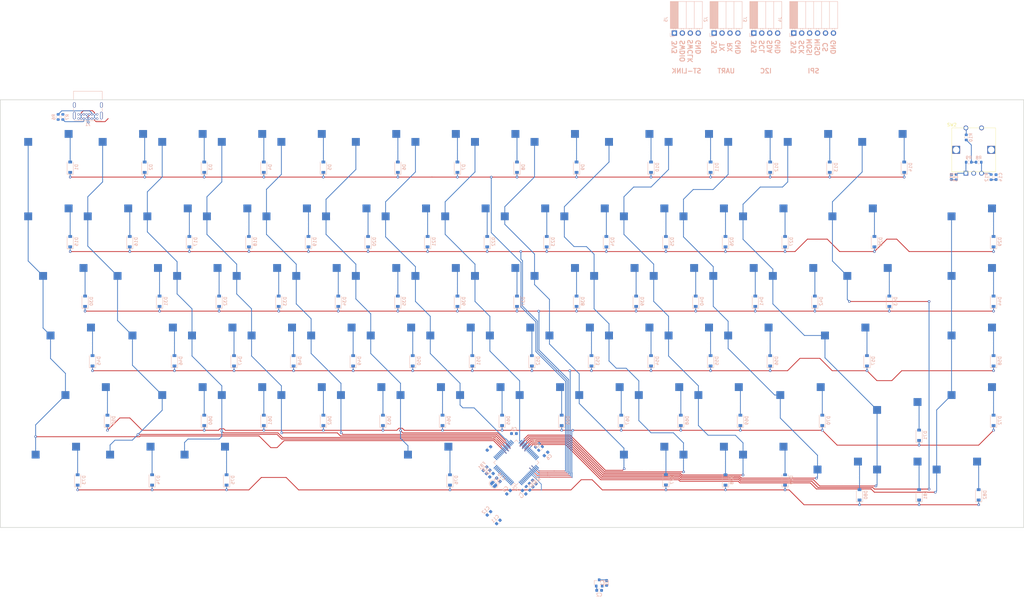
<source format=kicad_pcb>
(kicad_pcb (version 20211014) (generator pcbnew)
  (layers (0 "F.Cu" signal) (31 "B.Cu" signal) (34 "B.Paste" user) (35 "F.Paste" user) (36 "B.SilkS" user "B.Silkscreen") (37 "F.SilkS" user "F.Silkscreen") (38 "B.Mask" user) (39 "F.Mask" user) (44 "Edge.Cuts" user))
  (net 0 "")
  (net 1 "+5V")
  (net 2 "GND")
  (net 3 "+3V3")
  (net 4 "VDDA")
  (net 5 "/MCU/NRST")
  (net 6 "/MCU/OSC_IN")
  (net 7 "/MCU/OSC_OUT")
  (net 8 "ENC_A")
  (net 9 "ENC_B")
  (net 10 "ROW0")
  (net 11 "Net-(D1-Pad2)")
  (net 12 "Net-(D2-Pad2)")
  (net 13 "Net-(D3-Pad2)")
  (net 14 "Net-(D4-Pad2)")
  (net 15 "Net-(D5-Pad2)")
  (net 16 "Net-(D6-Pad2)")
  (net 17 "Net-(D7-Pad2)")
  (net 18 "Net-(D8-Pad2)")
  (net 19 "Net-(D9-Pad2)")
  (net 20 "Net-(D10-Pad2)")
  (net 21 "Net-(D11-Pad2)")
  (net 22 "Net-(D12-Pad2)")
  (net 23 "Net-(D13-Pad2)")
  (net 24 "Net-(D14-Pad2)")
  (net 25 "ROW1")
  (net 26 "Net-(D16-Pad2)")
  (net 27 "Net-(D17-Pad2)")
  (net 28 "Net-(D18-Pad2)")
  (net 29 "Net-(D19-Pad2)")
  (net 30 "Net-(D20-Pad2)")
  (net 31 "Net-(D21-Pad2)")
  (net 32 "Net-(D22-Pad2)")
  (net 33 "Net-(D23-Pad2)")
  (net 34 "Net-(D24-Pad2)")
  (net 35 "Net-(D25-Pad2)")
  (net 36 "Net-(D26-Pad2)")
  (net 37 "Net-(D27-Pad2)")
  (net 38 "Net-(D28-Pad2)")
  (net 39 "Net-(D29-Pad2)")
  (net 40 "Net-(D30-Pad2)")
  (net 41 "ROW2")
  (net 42 "Net-(D31-Pad2)")
  (net 43 "Net-(D32-Pad2)")
  (net 44 "Net-(D33-Pad2)")
  (net 45 "Net-(D34-Pad2)")
  (net 46 "Net-(D35-Pad2)")
  (net 47 "Net-(D36-Pad2)")
  (net 48 "Net-(D37-Pad2)")
  (net 49 "Net-(D38-Pad2)")
  (net 50 "Net-(D39-Pad2)")
  (net 51 "Net-(D40-Pad2)")
  (net 52 "Net-(D41-Pad2)")
  (net 53 "Net-(D42-Pad2)")
  (net 54 "Net-(D43-Pad2)")
  (net 55 "Net-(D44-Pad2)")
  (net 56 "Net-(D45-Pad2)")
  (net 57 "ROW3")
  (net 58 "Net-(D46-Pad2)")
  (net 59 "Net-(D47-Pad2)")
  (net 60 "Net-(D48-Pad2)")
  (net 61 "Net-(D49-Pad2)")
  (net 62 "Net-(D50-Pad2)")
  (net 63 "Net-(D51-Pad2)")
  (net 64 "Net-(D52-Pad2)")
  (net 65 "Net-(D53-Pad2)")
  (net 66 "Net-(D54-Pad2)")
  (net 67 "Net-(D55-Pad2)")
  (net 68 "Net-(D56-Pad2)")
  (net 69 "Net-(D57-Pad2)")
  (net 70 "Net-(D58-Pad2)")
  (net 71 "Net-(D59-Pad2)")
  (net 72 "ROW4")
  (net 73 "Net-(D60-Pad2)")
  (net 74 "Net-(D61-Pad2)")
  (net 75 "Net-(D62-Pad2)")
  (net 76 "Net-(D63-Pad2)")
  (net 77 "Net-(D64-Pad2)")
  (net 78 "Net-(D65-Pad2)")
  (net 79 "Net-(D66-Pad2)")
  (net 80 "Net-(D67-Pad2)")
  (net 81 "Net-(D68-Pad2)")
  (net 82 "Net-(D69-Pad2)")
  (net 83 "Net-(D70-Pad2)")
  (net 84 "Net-(D71-Pad2)")
  (net 85 "Net-(D72-Pad2)")
  (net 86 "Net-(D73-Pad2)")
  (net 87 "ROW5")
  (net 88 "Net-(D74-Pad2)")
  (net 89 "Net-(D75-Pad2)")
  (net 90 "Net-(D76-Pad2)")
  (net 91 "Net-(D77-Pad2)")
  (net 92 "Net-(D78-Pad2)")
  (net 93 "Net-(D79-Pad2)")
  (net 94 "Net-(D80-Pad2)")
  (net 95 "Net-(D81-Pad2)")
  (net 96 "Net-(D82-Pad2)")
  (net 97 "Net-(D15-Pad2)")
  (net 98 "SPI1_SCK")
  (net 99 "SPI1_MOSI")
  (net 100 "SPI1_MISO")
  (net 101 "SPI1_CS")
  (net 102 "I2C1_SCL")
  (net 103 "I2C1_SDA")
  (net 104 "USART1_TX")
  (net 105 "USART1_RX")
  (net 106 "SWDIO")
  (net 107 "SWCLK")
  (net 108 "COL0")
  (net 109 "COL1")
  (net 110 "COL2")
  (net 111 "COL3")
  (net 112 "COL4")
  (net 113 "COL5")
  (net 114 "COL6")
  (net 115 "COL7")
  (net 116 "COL8")
  (net 117 "COL9")
  (net 118 "COL10")
  (net 119 "COL11")
  (net 120 "COL12")
  (net 121 "COL13")
  (net 122 "COL14")
  (net 123 "Net-(R1-Pad1)")
  (net 124 "/MCU/BOOT0")
  (net 125 "Net-(J1-PadB5)")
  (net 126 "Net-(J1-PadA5)")
  (net 127 "Net-(R12-Pad1)")
  (net 128 "Net-(R11-Pad1)")
  (net 129 "Net-(R10-Pad2)")
  (net 146 "USB_D-")
  (net 147 "USB_D+")
  (net 151 "ENC_SW")
  (footprint "MX_Only:MXOnly-6.25U-Hotswap" (layer "F.Cu") (at 137.44375 116.0125)
    (fp_text reference "MX76")
    (fp_text value "MX-NoLED")
  )
  (footprint "MX_Only:MXOnly-1U-Hotswap" (layer "F.Cu") (at 154.1125 96.9625)
    (fp_text reference "MX65")
    (fp_text value "MX-NoLED")
  )
  (footprint "MX_Only:MXOnly-1U-Hotswap" (layer "F.Cu") (at 173.1625 96.9625)
    (fp_text reference "MX66")
    (fp_text value "MX-NoLED")
  )
  (footprint "MX_Only:MXOnly-1U-Hotswap" (layer "F.Cu") (at 16 39.8125)
    (fp_text reference "MX15")
    (fp_text value "MX-NoLED")
  )
  (footprint "MX_Only:MXOnly-1U-Hotswap" (layer "F.Cu") (at 96.9625 96.9625)
    (fp_text reference "MX62")
    (fp_text value "MX-NoLED")
  )
  (footprint "MX_Only:MXOnly-1U-Hotswap" (layer "F.Cu") (at 287.4625 120.775)
    (fp_text reference "MX81")
    (fp_text value "MX-NoLED")
  )
  (footprint "MX_Only:MXOnly-1U-Hotswap" (layer "F.Cu") (at 230.3125 96.9625)
    (fp_text reference "MX69")
    (fp_text value "MX-NoLED")
  )
  (footprint "MX_Only:MXOnly-1U-Hotswap" (layer "F.Cu") (at 158.875 58.8625)
    (fp_text reference "MX37")
    (fp_text value "MX-NoLED")
  )
  (footprint "LCSC:PEC12R-4xxxF-Sxxxx" (layer "F.Cu") (at 311.275 16)
    (fp_text reference "SW2")
    (fp_text value "RotaryEncoder_Switch")
  )
  (footprint "MX_Only:MXOnly-1U-Hotswap" (layer "F.Cu") (at 282.7 16)
    (fp_text reference "MX14")
    (fp_text value "MX-NoLED")
  )
  (footprint "MX_Only:MXOnly-1.25U-Hotswap" (layer "F.Cu") (at 42.19375 116.0125)
    (fp_text reference "MX74")
    (fp_text value "MX-NoLED")
  )
  (footprint "MX_Only:MXOnly-1U-Hotswap" (layer "F.Cu") (at 268.4125 120.775)
    (fp_text reference "MX80")
    (fp_text value "MX-NoLED")
  )
  (footprint "MX_Only:MXOnly-1U-Hotswap" (layer "F.Cu") (at 239.8375 16)
    (fp_text reference "MX12")
    (fp_text value "MX-NoLED")
  )
  (footprint "MX_Only:MXOnly-2.25U-Hotswap" (layer "F.Cu") (at 270.79375 77.9125)
    (fp_text reference "MX57")
    (fp_text value "MX-NoLED")
  )
  (footprint "MX_Only:MXOnly-1U-Hotswap" (layer "F.Cu") (at 96.9625 16)
    (fp_text reference "MX5")
    (fp_text value "MX-NoLED")
  )
  (footprint "MX_Only:MXOnly-1U-Hotswap" (layer "F.Cu") (at 144.5875 77.9125)
    (fp_text reference "MX51")
    (fp_text value "MX-NoLED")
  )
  (footprint "MX_Only:MXOnly-1.25U-Hotswap" (layer "F.Cu") (at 66.00625 116.0125)
    (fp_text reference "MX75")
    (fp_text value "MX-NoLED")
  )
  (footprint "MX_Only:MXOnly-1U-Hotswap" (layer "F.Cu") (at 287.4625 101.725)
    (fp_text reference "MX71")
    (fp_text value "MX-NoLED")
  )
  (footprint "MX_Only:MXOnly-1U-Hotswap" (layer "F.Cu") (at 258.8875 16)
    (fp_text reference "MX13")
    (fp_text value "MX-NoLED")
  )
  (footprint "MX_Only:MXOnly-1U-Hotswap" (layer "F.Cu") (at 82.675 58.8625)
    (fp_text reference "MX33")
    (fp_text value "MX-NoLED")
  )
  (footprint "MX_Only:MXOnly-1U-Hotswap" (layer "F.Cu") (at 130.3 39.8125)
    (fp_text reference "MX21")
    (fp_text value "MX-NoLED")
  )
  (footprint "MX_Only:MXOnly-1U-Hotswap" (layer "F.Cu") (at 211.2625 96.9625)
    (fp_text reference "MX68")
    (fp_text value "MX-NoLED")
  )
  (footprint "MX_Only:MXOnly-1U-Hotswap" (layer "F.Cu") (at 35.05 39.8125)
    (fp_text reference "MX16")
    (fp_text value "MX-NoLED")
  )
  (footprint "MX_Only:MXOnly-1U-Hotswap" (layer "F.Cu") (at 244.6 39.8125)
    (fp_text reference "MX27")
    (fp_text value "MX-NoLED")
  )
  (footprint "MX_Only:MXOnly-1U-Hotswap" (layer "F.Cu") (at 311.275 58.8625)
    (fp_text reference "MX44")
    (fp_text value "MX-NoLED")
  )
  (footprint "MX_Only:MXOnly-1U-Hotswap" (layer "F.Cu") (at 125.5375 77.9125)
    (fp_text reference "MX50")
    (fp_text value "MX-NoLED")
  )
  (footprint "MX_Only:MXOnly-2U-Hotswap" (layer "F.Cu") (at 273.175 39.8125)
    (fp_text reference "MX28")
    (fp_text value "MX-NoLED")
  )
  (footprint "MX_Only:MXOnly-1U-Hotswap" (layer "F.Cu") (at 139.825 16)
    (fp_text reference "MX7")
    (fp_text value "MX-NoLED")
  )
  (footprint "MX_Only:MXOnly-1U-Hotswap" (layer "F.Cu") (at 192.2125 96.9625)
    (fp_text reference "MX67")
    (fp_text value "MX-NoLED")
  )
  (footprint "MX_Only:MXOnly-2.25U-Hotswap" (layer "F.Cu") (at 27.90625 96.9625)
    (fp_text reference "MX59")
    (fp_text value "MX-NoLED")
  )
  (footprint "MX_Only:MXOnly-1U-Hotswap" (layer "F.Cu") (at 177.925 58.8625)
    (fp_text reference "MX38")
    (fp_text value "MX-NoLED")
  )
  (footprint "MX_Only:MXOnly-1U-Hotswap" (layer "F.Cu") (at 49.3375 77.9125)
    (fp_text reference "MX46")
    (fp_text value "MX-NoLED")
  )
  (footprint "MX_Only:MXOnly-1U-Hotswap" (layer "F.Cu") (at 187.45 39.8125)
    (fp_text reference "MX24")
    (fp_text value "MX-NoLED")
  )
  (footprint "MX_Only:MXOnly-1U-Hotswap" (layer "F.Cu") (at 16 16)
    (fp_text reference "MX1")
    (fp_text value "MX-NoLED")
  )
  (footprint "MX_Only:MXOnly-1U-Hotswap" (layer "F.Cu") (at 111.25 39.8125)
    (fp_text reference "MX20")
    (fp_text value "MX-NoLED")
  )
  (footprint "MX_Only:MXOnly-1U-Hotswap" (layer "F.Cu") (at 68.3875 77.9125)
    (fp_text reference "MX47")
    (fp_text value "MX-NoLED")
  )
  (footprint "MX_Only:MXOnly-1U-Hotswap" (layer "F.Cu") (at 39.8125 16)
    (fp_text reference "MX2")
    (fp_text value "MX-NoLED")
  )
  (footprint "MX_Only:MXOnly-1U-Hotswap" (layer "F.Cu") (at 63.625 58.8625)
    (fp_text reference "MX32")
    (fp_text value "MX-NoLED")
  )
  (footprint "MX_Only:MXOnly-1U-Hotswap" (layer "F.Cu") (at 306.5125 120.775)
    (fp_text reference "MX82")
    (fp_text value "MX-NoLED")
  )
  (footprint "MX_Only:MXOnly-1U-Hotswap" (layer "F.Cu") (at 77.9125 96.9625)
    (fp_text reference "MX61")
    (fp_text value "MX-NoLED")
  )
  (footprint "MX_Only:MXOnly-1U-Hotswap" (layer "F.Cu") (at 196.975 58.8625)
    (fp_text reference "MX39")
    (fp_text value "MX-NoLED")
  )
  (footprint "MX_Only:MXOnly-1U-Hotswap" (layer "F.Cu") (at 92.2 39.8125)
    (fp_text reference "MX19")
    (fp_text value "MX-NoLED")
  )
  (footprint "MX_Only:MXOnly-1U-Hotswap" (layer "F.Cu") (at 220.7875 77.9125)
    (fp_text reference "MX55")
    (fp_text value "MX-NoLED")
  )
  (footprint "MX_Only:MXOnly-1U-Hotswap" (layer "F.Cu") (at 58.8625 96.9625)
    (fp_text reference "MX60")
    (fp_text value "MX-NoLED")
  )
  (footprint "MX_Only:MXOnly-1U-Hotswap" (layer "F.Cu") (at 311.275 39.8125)
    (fp_text reference "MX29")
    (fp_text value "MX-NoLED")
  )
  (footprint "MX_Only:MXOnly-1U-Hotswap" (layer "F.Cu") (at 311.275 96.9625)
    (fp_text reference "MX72")
    (fp_text value "MX-NoLED")
  )
  (footprint "MX_Only:MXOnly-1U-Hotswap" (layer "F.Cu") (at 235.075 58.8625)
    (fp_text reference "MX41")
    (fp_text value "MX-NoLED")
  )
  (footprint "MX_Only:MXOnly-1U-Hotswap" (layer "F.Cu") (at 311.275 77.9125)
    (fp_text reference "MX58")
    (fp_text value "MX-NoLED")
  )
  (footprint "MX_Only:MXOnly-1U-Hotswap" (layer "F.Cu") (at 73.15 39.8125)
    (fp_text reference "MX18")
    (fp_text value "MX-NoLED")
  )
  (footprint "MX_Only:MXOnly-1U-Hotswap" (layer "F.Cu") (at 182.6875 77.9125)
    (fp_text reference "MX53")
    (fp_text value "MX-NoLED")
  )
  (footprint "MX_Only:MXOnly-1.5U-Hotswap" (layer "F.Cu") (at 20.7625 58.8625)
    (fp_text reference "MX30")
    (fp_text value "MX-NoLED")
  )
  (footprint "MX_Only:MXOnly-1U-Hotswap" (layer "F.Cu") (at 120.775 58.8625)
    (fp_text reference "MX35")
    (fp_text value "MX-NoLED")
  )
  (footprint "MX_Only:MXOnly-1U-Hotswap" (layer "F.Cu") (at 239.8375 77.9125)
    (fp_text reference "MX56")
    (fp_text value "MX-NoLED")
  )
  (footprint "MX_Only:MXOnly-1U-Hotswap" (layer "F.Cu") (at 206.5 39.8125)
    (fp_text reference "MX25")
    (fp_text value "MX-NoLED")
  )
  (footprint "MX_Only:MXOnly-1U-Hotswap" (layer "F.Cu") (at 225.55 116.0125)
    (fp_text reference "MX78")
    (fp_text value "MX-NoLED")
  )
  (footprint "MX_Only:MXOnly-1U-Hotswap" (layer "F.Cu") (at 135.0625 96.9625)
    (fp_text reference "MX64")
    (fp_text value "MX-NoLED")
  )
  (footprint "MX_Only:MXOnly-1U-Hotswap" (layer "F.Cu") (at 163.6375 77.9125)
    (fp_text reference "MX52")
    (fp_text value "MX-NoLED")
  )
  (footprint "MX_Only:MXOnly-1U-Hotswap" (layer "F.Cu") (at 54.1 39.8125)
    (fp_text reference "MX17")
    (fp_text value "MX-NoLED")
  )
  (footprint "MX_Only:MXOnly-1.75U-Hotswap" (layer "F.Cu") (at 256.50625 96.9625)
    (fp_text reference "MX70")
    (fp_text value "MX-NoLED")
  )
  (footprint "MX_Only:MXOnly-1U-Hotswap" (layer "F.Cu") (at 120.775 16)
    (fp_text reference "MX6")
    (fp_text value "MX-NoLED")
  )
  (footprint "MX_Only:MXOnly-1.75U-Hotswap" (layer "F.Cu") (at 23.14375 77.9125)
    (fp_text reference "MX45")
    (fp_text value "MX-NoLED")
  )
  (footprint "MX_Only:MXOnly-1U-Hotswap" (layer "F.Cu") (at 177.925 16)
    (fp_text reference "MX9")
    (fp_text value "MX-NoLED")
  )
  (footprint "MX_Only:MXOnly-1U-Hotswap" (layer "F.Cu") (at 87.4375 77.9125)
    (fp_text reference "MX48")
    (fp_text value "MX-NoLED")
  )
  (footprint "MX_Only:MXOnly-1U-Hotswap" (layer "F.Cu") (at 149.35 39.8125)
    (fp_text reference "MX22")
    (fp_text value "MX-NoLED")
  )
  (footprint "MX_Only:MXOnly-1U-Hotswap" (layer "F.Cu") (at 201.7375 77.9125)
    (fp_text reference "MX54")
    (fp_text value "MX-NoLED")
  )
  (footprint "MX_Only:MXOnly-1U-Hotswap" (layer "F.Cu") (at 225.55 39.8125)
    (fp_text reference "MX26")
    (fp_text value "MX-NoLED")
  )
  (footprint "MX_Only:MXOnly-1U-Hotswap" (layer "F.Cu") (at 139.825 58.8625)
    (fp_text reference "MX36")
    (fp_text value "MX-NoLED")
  )
  (footprint "MX_Only:MXOnly-1U-Hotswap" (layer "F.Cu") (at 106.4875 77.9125)
    (fp_text reference "MX49")
    (fp_text value "MX-NoLED")
  )
  (footprint "MX_Only:MXOnly-1U-Hotswap" (layer "F.Cu") (at 216.025 58.8625)
    (fp_text reference "MX40")
    (fp_text value "MX-NoLED")
  )
  (footprint "MX_Only:MXOnly-1U-Hotswap" (layer "F.Cu") (at 116.0125 96.9625)
    (fp_text reference "MX63")
    (fp_text value "MX-NoLED")
  )
  (footprint "MX_Only:MXOnly-1U-Hotswap" (layer "F.Cu") (at 244.6 116.0125)
    (fp_text reference "MX79")
    (fp_text value "MX-NoLED")
  )
  (footprint "MX_Only:MXOnly-1U-Hotswap" (layer "F.Cu") (at 201.7375 16)
    (fp_text reference "MX10")
    (fp_text value "MX-NoLED")
  )
  (footprint "MX_Only:MXOnly-1.25U-Hotswap" (layer "F.Cu") (at 18.38125 116.0125)
    (fp_text reference "MX73")
    (fp_text value "MX-NoLED")
  )
  (footprint "MX_Only:MXOnly-1U-Hotswap" (layer "F.Cu") (at 58.8625 16)
    (fp_text reference "MX3")
    (fp_text value "MX-NoLED")
  )
  (footprint "MX_Only:MXOnly-1U-Hotswap" (layer "F.Cu") (at 206.5 116.0125)
    (fp_text reference "MX77")
    (fp_text value "MX-NoLED")
  )
  (footprint "MX_Only:MXOnly-1U-Hotswap" (layer "F.Cu") (at 254.125 58.8625)
    (fp_text reference "MX42")
    (fp_text value "MX-NoLED")
  )
  (footprint "MX_Only:MXOnly-1U-Hotswap" (layer "F.Cu") (at 101.725 58.8625)
    (fp_text reference "MX34")
    (fp_text value "MX-NoLED")
  )
  (footprint "MX_Only:MXOnly-1U-Hotswap" (layer "F.Cu") (at 44.575 58.8625)
    (fp_text reference "MX31")
    (fp_text value "MX-NoLED")
  )
  (footprint "MX_Only:MXOnly-1U-Hotswap" (layer "F.Cu") (at 158.875 16)
    (fp_text reference "MX8")
    (fp_text value "MX-NoLED")
  )
  (footprint "MX_Only:MXOnly-1U-Hotswap" (layer "F.Cu") (at 168.4 39.8125)
    (fp_text reference "MX23")
    (fp_text value "MX-NoLED")
  )
  (footprint "MX_Only:MXOnly-1U-Hotswap" (layer "F.Cu") (at 220.7875 16)
    (fp_text reference "MX11")
    (fp_text value "MX-NoLED")
  )
  (footprint "MX_Only:MXOnly-1U-Hotswap" (layer "F.Cu") (at 77.9125 16)
    (fp_text reference "MX4")
    (fp_text value "MX-NoLED")
  )
  (footprint "MX_Only:MXOnly-1.5U-Hotswap" (layer "F.Cu") (at 277.9375 58.8625)
    (fp_text reference "MX43")
    (fp_text value "MX-NoLED")
  )
  (footprint "Diode_SMD:D_SOD-123" (layer "B.Cu") (at 22.35 45.36875 90)
    (fp_text reference "D15")
    (fp_text value "1N4148W")
  )
  (footprint "Diode_SMD:D_SOD-123" (layer "B.Cu") (at 141.4125 102.51875 90)
    (fp_text reference "D64")
    (fp_text value "1N4148W")
  )
  (footprint "Diode_SMD:D_SOD-123" (layer "B.Cu") (at 231.9 45.36875 90)
    (fp_text reference "D26")
    (fp_text value "1N4148W")
  )
  (footprint "Diode_SMD:D_SOD-123" (layer "B.Cu") (at 127.125 21.55625 90)
    (fp_text reference "D6")
    (fp_text value "1N4148W")
  )
  (footprint "Diode_SMD:D_SOD-123" (layer "B.Cu") (at 65.2125 102.51875 90)
    (fp_text reference "D60")
    (fp_text value "1N4148W")
  )
  (footprint "Diode_SMD:D_SOD-123" (layer "B.Cu") (at 208.0875 21.55625 90)
    (fp_text reference "D10")
    (fp_text value "1N4148W")
  )
  (footprint "Diode_SMD:D_SOD-123" (layer "B.Cu") (at 89.025 64.41875 90)
    (fp_text reference "D33")
    (fp_text value "1N4148W")
  )
  (footprint "Diode_SMD:D_SOD-123" (layer "B.Cu") (at 84.2625 21.55625 90)
    (fp_text reference "D4")
    (fp_text value "1N4148W")
  )
  (footprint "Diode_SMD:D_SOD-123" (layer "B.Cu") (at 284.2875 64.41875 90)
    (fp_text reference "D43")
    (fp_text value "1N4148W")
  )
  (footprint "Capacitor_SMD:C_0603_1608Metric" (layer "B.Cu") (at 167.5 125.5 -45)
    (fp_text reference "C7")
    (fp_text value "100nF")
  )
  (footprint "Diode_SMD:D_SOD-123" (layer "B.Cu") (at 274.7625 126.33125 90)
    (fp_text reference "D80")
    (fp_text value "1N4148W")
  )
  (footprint "Diode_SMD:D_SOD-123" (layer "B.Cu") (at 212.85 121.50625 90)
    (fp_text reference "D77")
    (fp_text value "1N4148W")
  )
  (footprint "Diode_SMD:D_SOD-123" (layer "B.Cu") (at 317.625 83.46875 90)
    (fp_text reference "D58")
    (fp_text value "1N4148W")
  )
  (footprint "Diode_SMD:D_SOD-123" (layer "B.Cu") (at 198.5625 102.51875 90)
    (fp_text reference "D67")
    (fp_text value "1N4148W")
  )
  (footprint "Capacitor_SMD:C_0603_1608Metric" (layer "B.Cu") (at 159.25 121.5 135)
    (fp_text reference "C10")
    (fp_text value "100nF")
  )
  (footprint "Diode_SMD:D_SOD-123" (layer "B.Cu") (at 122.3625 102.51875 90)
    (fp_text reference "D63")
    (fp_text value "1N4148W")
  )
  (footprint "Connector_PinSocket_2.54mm:PinSocket_1x04_P2.54mm_Horizontal" (layer "B.Cu") (at 228.26 -21.33125 -90)
    (fp_text reference "J4")
    (fp_text value "Conn_01x04")
  )
  (footprint "Connector_PinSocket_2.54mm:PinSocket_1x06_P2.54mm_Horizontal" (layer "B.Cu") (at 253.725 -21.33125 -90)
    (fp_text reference "J2")
    (fp_text value "Conn_01x06")
  )
  (footprint "Diode_SMD:D_SOD-123" (layer "B.Cu") (at 165.225 21.55625 90)
    (fp_text reference "D8")
    (fp_text value "1N4148W")
  )
  (footprint "Diode_SMD:D_SOD-123" (layer "B.Cu") (at 169.9875 83.46875 90)
    (fp_text reference "D52")
    (fp_text value "1N4148W")
  )
  (footprint "Resistor_SMD:R_0603_1608Metric" (layer "B.Cu") (at 20 5.5 90)
    (fp_text reference "R7")
    (fp_text value "5K1")
  )
  (footprint "Capacitor_SMD:C_0603_1608Metric" (layer "B.Cu") (at 159.25 135 -135)
    (fp_text reference "C11")
    (fp_text value "4.3pF")
  )
  (footprint "Capacitor_SMD:C_0603_1608Metric" (layer "B.Cu") (at 162.5 125.5 -135)
    (fp_text reference "C3")
    (fp_text value "4.7uF")
  )
  (footprint "Diode_SMD:D_SOD-123" (layer "B.Cu") (at 262.85625 102.51875 90)
    (fp_text reference "D70")
    (fp_text value "1N4148W")
  )
  (footprint "Diode_SMD:D_SOD-123" (layer "B.Cu") (at 317.625 102.51875 90)
    (fp_text reference "D72")
    (fp_text value "1N4148W")
  )
  (footprint "Diode_SMD:D_SOD-123" (layer "B.Cu") (at 289.05 21.55625 90)
    (fp_text reference "D14")
    (fp_text value "1N4148W")
  )
  (footprint "Diode_SMD:D_SOD-123" (layer "B.Cu") (at 241.425 64.41875 90)
    (fp_text reference "D41")
    (fp_text value "1N4148W")
  )
  (footprint "Diode_SMD:D_SOD-123" (layer "B.Cu") (at 165.225 64.41875 90)
    (fp_text reference "D37")
    (fp_text value "1N4148W")
  )
  (footprint "Diode_SMD:D_SOD-123" (layer "B.Cu") (at 24.73125 121.56875 90)
    (fp_text reference "D73")
    (fp_text value "1N4148W")
  )
  (footprint "Diode_SMD:D_SOD-123" (layer "B.Cu") (at 317.625 45.36875 90)
    (fp_text reference "D29")
    (fp_text value "1N4148W")
  )
  (footprint "Capacitor_SMD:C_0603_1608Metric" (layer "B.Cu") (at 164.25 106.75 180)
    (fp_text reference "C5")
    (fp_text value "100nF")
  )
  (footprint "Diode_SMD:D_SOD-123" (layer "B.Cu") (at 103.3125 102.51875 90)
    (fp_text reference "D62")
    (fp_text value "1N4148W")
  )
  (footprint "Diode_SMD:D_SOD-123" (layer "B.Cu") (at 193.8 45.36875 90)
    (fp_text reference "D24")
    (fp_text value "1N4148W")
  )
  (footprint "Resistor_SMD:R_0603_1608Metric" (layer "B.Cu") (at 316.83125 24.73125 -90)
    (fp_text reference "R12")
    (fp_text value "10K")
  )
  (footprint "Diode_SMD:D_SOD-123" (layer "B.Cu") (at 189.0375 83.46875 90)
    (fp_text reference "D53")
    (fp_text value "1N4148W")
  )
  (footprint "Diode_SMD:D_SOD-123" (layer "B.Cu") (at 146.175 64.41875 90)
    (fp_text reference "D36")
    (fp_text value "1N4148W")
  )
  (footprint "Capacitor_SMD:C_0603_1608Metric" (layer "B.Cu") (at 174.5 113.25 45)
    (fp_text reference "C6")
    (fp_text value "100nF")
  )
  (footprint "Diode_SMD:D_SOD-123" (layer "B.Cu") (at 22.35 21.55625 90)
    (fp_text reference "D1")
    (fp_text value "1N4148W")
  )
  (footprint "Diode_SMD:D_SOD-123" (layer "B.Cu") (at 293.8125 107.28125 90)
    (fp_text reference "D71")
    (fp_text value "1N4148W")
  )
  (footprint "Resistor_SMD:R_0603_1608Metric" (layer "B.Cu") (at 171.75 110.5 -135)
    (fp_text reference "R2")
    (fp_text value "100K")
  )
  (footprint "Diode_SMD:D_SOD-123" (layer "B.Cu") (at 65.2125 21.55625 90)
    (fp_text reference "D3")
    (fp_text value "1N4148W")
  )
  (footprint "Diode_SMD:D_SOD-123" (layer "B.Cu") (at 34.25625 102.51875 90)
    (fp_text reference "D59")
    (fp_text value "1N4148W")
  )
  (footprint "Diode_SMD:D_SOD-123" (layer "B.Cu") (at 184.275 21.55625 90)
    (fp_text reference "D9")
    (fp_text value "1N4148W")
  )
  (footprint "Diode_SMD:D_SOD-123" (layer "B.Cu") (at 179.5125 102.51875 90)
    (fp_text reference "D66")
    (fp_text value "1N4148W")
  )
  (footprint "Diode_SMD:D_SOD-123" (layer "B.Cu") (at 27.1125 64.41875 90)
    (fp_text reference "D30")
    (fp_text value "1N4148W")
  )
  (footprint "Diode_SMD:D_SOD-123" (layer "B.Cu") (at 246.1875 21.55625 90)
    (fp_text reference "D12")
    (fp_text value "1N4148W")
  )
  (footprint "Diode_SMD:D_SOD-123" (layer "B.Cu") (at 46.1625 21.55625 90)
    (fp_text reference "D2")
    (fp_text value "1N4148W")
  )
  (footprint "Package_QFP:LQFP-64_10x10mm_P0.5mm" (layer "B.Cu") (at 165 116 45)
    (fp_text reference "U2")
    (fp_text value "STM32F103RDTx")
  )
  (footprint "Diode_SMD:D_SOD-123" (layer "B.Cu") (at 227.1375 83.46875 90)
    (fp_text reference "D55")
    (fp_text value "1N4148W")
  )
  (footprint "Diode_SMD:D_SOD-123" (layer "B.Cu") (at 143.79375 121.56875 90)
    (fp_text reference "D76")
    (fp_text value "1N4148W")
  )
  (footprint "Diode_SMD:D_SOD-123" (layer "B.Cu") (at 265.2375 21.55625 90)
    (fp_text reference "D13")
    (fp_text value "1N4148W")
  )
  (footprint "Connector_PinSocket_2.54mm:PinSocket_1x04_P2.54mm_Horizontal" (layer "B.Cu") (at 240.96 -21.33125 -90)
    (fp_text reference "J3")
    (fp_text value "Conn_01x04")
  )
  (footprint "Resistor_SMD:R_0603_1608Metric" (layer "B.Cu") (at 308.89375 12.03125 90)
    (fp_text reference "R10")
    (fp_text value "10K")
  )
  (footprint "Resistor_SMD:R_0603_1608Metric" (layer "B.Cu") (at 170.75 122.25 135)
    (fp_text reference "R4")
    (fp_text value "1K8")
  )
  (footprint "Resistor_SMD:R_0603_1608Metric" (layer "B.Cu") (at 18.5 5.5 -90)
    (fp_text reference "R6")
    (fp_text value "5K1")
  )
  (footprint "Diode_SMD:D_SOD-123" (layer "B.Cu") (at 250.95 121.56875 90)
    (fp_text reference "D79")
    (fp_text value "1N4148W")
  )
  (footprint "Diode_SMD:D_SOD-123" (layer "B.Cu") (at 93.7875 83.46875 90)
    (fp_text reference "D48")
    (fp_text value "1N4148W")
  )
  (footprint "Capacitor_SMD:C_0603_1608Metric" (layer "B.Cu") (at 191.5 156.88125)
    (fp_text reference "C2")
    (fp_text value "1uF")
  )
  (footprint "Diode_SMD:D_SOD-123" (layer "B.Cu") (at 98.55 45.36875 90)
    (fp_text reference "D19")
    (fp_text value "1N4148W")
  )
  (footprint "Diode_SMD:D_SOD-123" (layer "B.Cu") (at 317.625 64.41875 90)
    (fp_text reference "D44")
    (fp_text value "1N4148W")
  )
  (footprint "Diode_SMD:D_SOD-123" (layer "B.Cu") (at 136.65 45.36875 90)
    (fp_text reference "D21")
    (fp_text value "1N4148W")
  )
  (footprint "Diode_SMD:D_SOD-123" (layer "B.Cu") (at 222.375 64.41875 90)
    (fp_text reference "D40")
    (fp_text value "1N4148W")
  )
  (footprint "Resistor_SMD:R_0603_1608Metric" (layer "B.Cu") (at 172.75 111.5 -135)
    (fp_text reference "R3")
    (fp_text value "100K")
  )
  (footprint "Diode_SMD:D_SOD-123" (layer "B.Cu") (at 117.6 45.36875 90)
    (fp_text reference "D20")
    (fp_text value "1N4148W")
  )
  (footprint "Diode_SMD:D_SOD-123" (layer "B.Cu") (at 293.8125 126.33125 90)
    (fp_text reference "D81")
    (fp_text value "1N4148W")
  )
  (footprint "Resistor_SMD:R_0603_1608Metric" (layer "B.Cu") (at 168.75 124.25 135)
    (fp_text reference "R1")
    (fp_text value "10K")
  )
  (footprint "Diode_SMD:D_SOD-123" (layer "B.Cu") (at 74.7375 83.46875 90)
    (fp_text reference "D47")
    (fp_text value "1N4148W")
  )
  (footprint "Capacitor_SMD:C_0603_1608Metric" (layer "B.Cu") (at 156 119 -135)
    (fp_text reference "C9")
    (fp_text value "10nF")
  )
  (footprint "Diode_SMD:D_SOD-123" (layer "B.Cu") (at 227.1375 21.55625 90)
    (fp_text reference "D11")
    (fp_text value "1N4148W")
  )
  (footprint "Diode_SMD:D_SOD-123" (layer "B.Cu") (at 212.85 45.36875 90)
    (fp_text reference "D25")
    (fp_text value "1N4148W")
  )
  (footprint "Diode_SMD:D_SOD-123" (layer "B.Cu") (at 84.2625 102.51875 90)
    (fp_text reference "D61")
    (fp_text value "1N4148W")
  )
  (footprint "Diode_SMD:D_SOD-123" (layer "B.Cu") (at 184.275 64.41875 90)
    (fp_text reference "D38")
    (fp_text value "1N4148W")
  )
  (footprint "Capacitor_SMD:C_0603_1608Metric" (layer "B.Cu") (at 156.25 132.25 -135)
    (fp_text reference "C12")
    (fp_text value "4.3pF")
  )
  (footprint "Diode_SMD:D_SOD-123" (layer "B.Cu") (at 103.3125 21.55625 90)
    (fp_text reference "D5")
    (fp_text value "1N4148W")
  )
  (footprint "Diode_SMD:D_SOD-123" (layer "B.Cu") (at 277.14375 83.46875 90)
    (fp_text reference "D57")
    (fp_text value "1N4148W")
  )
  (footprint "LCSC:SOT-23" (layer "B.Cu") (at 191.5 154.5 90)
    (fp_text reference "U1")
    (fp_text value "ME6206A33XG")
  )
  (footprint "Diode_SMD:D_SOD-123" (layer "B.Cu") (at 127.125 64.41875 90)
    (fp_text reference "D35")
    (fp_text value "1N4148W")
  )
  (footprint "Diode_SMD:D_SOD-123" (layer "B.Cu") (at 150.9375 83.46875 90)
    (fp_text reference "D51")
    (fp_text value "1N4148W")
  )
  (footprint "Diode_SMD:D_SOD-123" (layer "B.Cu") (at 250.95 45.36875 90)
    (fp_text reference "D27")
    (fp_text value "1N4148W")
  )
  (footprint "Diode_SMD:D_SOD-123" (layer "B.Cu") (at 131.8875 83.46875 90)
    (fp_text reference "D50")
    (fp_text value "1N4148W")
  )
  (footprint "Diode_SMD:D_SOD-123" (layer "B.Cu") (at 174.75 45.36875 90)
    (fp_text reference "D23")
    (fp_text value "1N4148W")
  )
  (footprint "Connector_USB:USB_C_Receptacle_GCT_USB4085" (layer "B.Cu") (at 25.025 6.025)
    (fp_text reference "J1")
    (fp_text value "USB_C_Receptacle")
  )
  (footprint "Capacitor_SMD:C_0603_1608Metric" (layer "B.Cu") (at 156.25 111.5 45)
    (fp_text reference "C4")
    (fp_text value "100nF")
  )
  (footprint "Diode_SMD:D_SOD-123" (layer "B.Cu") (at 60.45 45.36875 90)
    (fp_text reference "D17")
    (fp_text value "1N4148W")
  )
  (footprint "Diode_SMD:D_SOD-123" (layer "B.Cu") (at 217.6125 102.51875 90)
    (fp_text reference "D68")
    (fp_text value "1N4148W")
  )
  (footprint "Diode_SMD:D_SOD-123" (layer "B.Cu") (at 236.6625 102.51875 90)
    (fp_text reference "D69")
    (fp_text value "1N4148W")
  )
  (footprint "Diode_SMD:D_SOD-123" (layer "B.Cu") (at 260.475 64.41875 90)
    (fp_text reference "D42")
    (fp_text value "1N4148W")
  )
  (footprint "Capacitor_SMD:C_0603_1608Metric" (layer "B.Cu") (at 318.41875 24.73125 90)
    (fp_text reference "C14")
    (fp_text value "10nF")
  )
  (footprint "Resistor_SMD:R_0603_1608Metric" (layer "B.Cu") (at 169.75 123.25 135)
    (fp_text reference "R5")
    (fp_text value "1K8")
  )
  (footprint "Diode_SMD:D_SOD-123" (layer "B.Cu") (at 312.8625 126.33125 90)
    (fp_text reference "D82")
    (fp_text value "1N4148W")
  )
  (footprint "Capacitor_SMD:C_0603_1608Metric" (layer "B.Cu") (at 157.060659 120.060661 -135)
    (fp_text reference "C8")
    (fp_text value "1uF")
  )
  (footprint "Diode_SMD:D_SOD-123" (layer "B.Cu") (at 155.7 45.36875 90)
    (fp_text reference "D22")
    (fp_text value "1N4148W")
  )
  (footprint "Diode_SMD:D_SOD-123" (layer "B.Cu") (at 50.925 64.41875 90)
    (fp_text reference "D31")
    (fp_text value "1N4148W")
  )
  (footprint "Diode_SMD:D_SOD-123" (layer "B.Cu") (at 72.35625 121.56875 90)
    (fp_text reference "D75")
    (fp_text value "1N4148W")
  )
  (footprint "Diode_SMD:D_SOD-123" (layer "B.Cu") (at 203.325 64.41875 90)
    (fp_text reference "D39")
    (fp_text value "1N4148W")
  )
  (footprint "Resistor_SMD:R_0603_1608Metric" (layer "B.Cu") (at 155 118 -135)
    (fp_text reference "FB1")
    (fp_text value "120R")
  )
  (footprint "Diode_SMD:D_SOD-123" (layer "B.Cu") (at 246.1875 83.46875 90)
    (fp_text reference "D56")
    (fp_text value "1N4148W")
  )
  (footprint "Diode_SMD:D_SOD-123" (layer "B.Cu") (at 146.175 21.55625 90)
    (fp_text reference "D7")
    (fp_text value "1N4148W")
  )
  (footprint "Capacitor_SMD:C_0603_1608Metric" (layer "B.Cu") (at 304.13125 24.73125 90)
    (fp_text reference "C13")
    (fp_text value "10nF")
  )
  (footprint "Capacitor_SMD:C_0603_1608Metric" (layer "B.Cu") (at 193.88125 154.5 -90)
    (fp_text reference "C1")
    (fp_text value "1uF")
  )
  (footprint "Resistor_SMD:R_0603_1608Metric" (layer "B.Cu") (at 312.8625 19.96875 180)
    (fp_text reference "R8")
    (fp_text value "10K")
  )
  (footprint "Diode_SMD:D_SOD-123" (layer "B.Cu") (at 279.525 45.36875 90)
    (fp_text reference "D28")
    (fp_text value "1N4148W")
  )
  (footprint "Diode_SMD:D_SOD-123" (layer "B.Cu") (at 55.6875 83.46875 90)
    (fp_text reference "D46")
    (fp_text value "1N4148W")
  )
  (footprint "Diode_SMD:D_SOD-123" (layer "B.Cu") (at 29.49375 83.46875 90)
    (fp_text reference "D45")
    (fp_text value "1N4148W")
  )
  (footprint "Diode_SMD:D_SOD-123" (layer "B.Cu") (at 160.4625 102.51875 90)
    (fp_text reference "D65")
    (fp_text value "1N4148W")
  )
  (footprint "Resistor_SMD:R_0603_1608Metric" (layer "B.Cu") (at 309.6875 19.96875 180)
    (fp_text reference "R9")
    (fp_text value "10K")
  )
  (footprint "Diode_SMD:D_SOD-123" (layer "B.Cu") (at 108.075 64.41875 90)
    (fp_text reference "D34")
    (fp_text value "1N4148W")
  )
  (footprint "Diode_SMD:D_SOD-123" (layer "B.Cu") (at 48.54375 121.56875 90)
    (fp_text reference "D74")
    (fp_text value "1N4148W")
  )
  (footprint "Diode_SMD:D_SOD-123" (layer "B.Cu") (at 208.0875 83.46875 90)
    (fp_text reference "D54")
    (fp_text value "1N4148W")
  )
  (footprint "Connector_PinSocket_2.54mm:PinSocket_1x04_P2.54mm_Horizontal" (layer "B.Cu") (at 215.56 -21.33125 -90)
    (fp_text reference "J5")
    (fp_text value "Conn_01x04")
  )
  (footprint "Diode_SMD:D_SOD-123" (layer "B.Cu") (at 112.8375 83.46875 90)
    (fp_text reference "D49")
    (fp_text value "1N4148W")
  )
  (footprint "Diode_SMD:D_SOD-123" (layer "B.Cu") (at 231.9 121.56875 90)
    (fp_text reference "D78")
    (fp_text value "1N4148W")
  )
  (footprint "Diode_SMD:D_SOD-123" (layer "B.Cu") (at 79.5 45.36875 90)
    (fp_text reference "D18")
    (fp_text value "1N4148W")
  )
  (footprint "Jumper:SolderJumper-2_P1.3mm_Open_RoundedPad1.0x1.5mm" (layer "B.Cu") (at 157.75 123 135)
    (fp_text reference "JP1")
    (fp_text value "Jumper Open")
  )
  (footprint "Diode_SMD:D_SOD-123" (layer "B.Cu") (at 69.975 64.41875 90)
    (fp_text reference "D32")
    (fp_text value "1N4148W")
  )
  (footprint "Resistor_SMD:R_0603_1608Metric" (layer "B.Cu") (at 305.71875 24.73125 -90)
    (fp_text reference "R11")
    (fp_text value "10K")
  )
  (footprint "Diode_SMD:D_SOD-123" (layer "B.Cu") (at 41.4 45.36875 90)
    (fp_text reference "D16")
    (fp_text value "1N4148W")
  )
  (gr_rect (start 0 0) (end 327.275 136.775) (layer "Edge.Cuts") (width 0.2) (fill none))
  (gr_text "GND" (at 266.4 -16.84125 90) (layer "B.SilkS") (effects (font (size 1.5 1.5) (thickness 0.3)) (justify mirror)))
  (gr_text "3V3" (at 228.3 -16.84125 90) (layer "B.SilkS") (effects (font (size 1.5 1.5) (thickness 0.3)) (justify mirror)))
  (gr_text "SWCLK" (at 220.65 -15.57125 90) (layer "B.SilkS") (effects (font (size 1.5 1.5) (thickness 0.3)) (justify mirror)))
  (gr_text "TX" (at 230.84 -16.84125 90) (layer "B.SilkS") (effects (font (size 1.5 1.5) (thickness 0.3)) (justify mirror)))
  (gr_text "3V3" (at 241 -17 90) (layer "B.SilkS") (effects (font (size 1.5 1.5) (thickness 0.3)) (justify mirror)))
  (gr_text "GND" (at 235.92 -16.84125 90) (layer "B.SilkS") (effects (font (size 1.5 1.5) (thickness 0.3)) (justify mirror)))
  (gr_text "UART" (at 232.11 -9.22125) (layer "B.SilkS") (effects (font (size 1.5 1.5) (thickness 0.3)) (justify mirror)))
  (gr_text "GND" (at 248.62 -17 90) (layer "B.SilkS") (effects (font (size 1.5 1.5) (thickness 0.3)) (justify mirror)))
  (gr_text "SCL" (at 243.54 -17 90) (layer "B.SilkS") (effects (font (size 1.5 1.5) (thickness 0.3)) (justify mirror)))
  (gr_text "SWDIO" (at 218.14 -15.57125 90) (layer "B.SilkS") (effects (font (size 1.5 1.5) (thickness 0.3)) (justify mirror)))
  (gr_text "MOSI" (at 258.75 -16.84125 90) (layer "B.SilkS") (effects (font (size 1.5 1.5) (thickness 0.3)) (justify mirror)))
  (gr_text "SPI" (at 260.05 -9.22125) (layer "B.SilkS") (effects (font (size 1.5 1.5) (thickness 0.3)) (justify mirror)))
  (gr_text "3V3" (at 253.7 -16.84125 90) (layer "B.SilkS") (effects (font (size 1.5 1.5) (thickness 0.3)) (justify mirror)))
  (gr_text "MISO" (at 261.32 -16.84125 90) (layer "B.SilkS") (effects (font (size 1.5 1.5) (thickness 0.3)) (justify mirror)))
  (gr_text "GND" (at 223.22 -16.84125 90) (layer "B.SilkS") (effects (font (size 1.5 1.5) (thickness 0.3)) (justify mirror)))
  (gr_text "CS" (at 263.83 -16.84125 90) (layer "B.SilkS") (effects (font (size 1.5 1.5) (thickness 0.3)) (justify mirror)))
  (gr_text "SDA" (at 246.05 -17 90) (layer "B.SilkS") (effects (font (size 1.5 1.5) (thickness 0.3)) (justify mirror)))
  (gr_text "RX" (at 233.35 -16.84125 90) (layer "B.SilkS") (effects (font (size 1.5 1.5) (thickness 0.3)) (justify mirror)))
  (gr_text "I2C" (at 244.81 -9.22125) (layer "B.SilkS") (effects (font (size 1.5 1.5) (thickness 0.3)) (justify mirror)))
  (gr_text "3V3" (at 215.6 -16.84125 90) (layer "B.SilkS") (effects (font (size 1.5 1.5) (thickness 0.3)) (justify mirror)))
  (gr_text "ST-LINK\n" (at 219.41 -9.221251) (layer "B.SilkS") (effects (font (size 1.5 1.5) (thickness 0.3)) (justify mirror)))
  (gr_text "SCK" (at 256.24 -16.84125 90) (layer "B.SilkS") (effects (font (size 1.5 1.5) (thickness 0.3)) (justify mirror)))
  (segment (start 30.125 4.125) (end 30.125 4.675) (width 0.25) (layer "F.Cu") (net 1))
  (segment (start 25.875 4.675) (end 25.875 4.180026) (width 0.25) (layer "F.Cu") (net 1))
  (segment (start 30.605026 7) (end 33.5 7) (width 0.25) (layer "F.Cu") (net 1))
  (segment (start 26.555026 3.5) (end 29.5 3.5) (width 0.25) (layer "F.Cu") (net 1))
  (segment (start 33.5 7) (end 34.5 6) (width 0.25) (layer "F.Cu") (net 1))
  (segment (start 25.875 4.180026) (end 26.555026 3.5) (width 0.25) (layer "F.Cu") (net 1))
  (segment (start 30.125 6.519974) (end 30.605026 7) (width 0.25) (layer "F.Cu") (net 1))
  (segment (start 29.5 3.5) (end 30.125 4.125) (width 0.25) (layer "F.Cu") (net 1))
  (segment (start 30.125 6.025) (end 30.125 6.519974) (width 0.25) (layer "F.Cu") (net 1))
  (segment (start 25.848048 6.025) (end 25.848048 4.675) (width 0.25) (layer "B.Cu") (net 1))
  (segment (start 30.098048 6.025) (end 30.098048 4.675) (width 0.25) (layer "B.Cu") (net 1))
  (segment (start 191.5 153.5) (end 193.65625 153.5) (width 0.25) (layer "B.Cu") (net 1))
  (segment (start 193.65625 153.5) (end 193.88125 153.725) (width 0.25) (layer "B.Cu") (net 1))
  (segment (start 310.5125 14.475) (end 308.89375 12.85625) (width 0.25) (layer "B.Cu") (net 3))
  (segment (start 312.0375 19.96875) (end 310.5125 19.96875) (width 0.25) (layer "B.Cu") (net 3))
  (segment (start 190.725 156.88125) (end 190.725 155.675) (width 0.25) (layer "B.Cu") (net 3))
  (segment (start 310.5125 19.96875) (end 310.5125 14.475) (width 0.25) (layer "B.Cu") (net 3))
  (segment (start 190.725 155.675) (end 190.55 155.5) (width 0.25) (layer "B.Cu") (net 3))
  (segment (start 304.18125 25.55625) (end 304.13125 25.50625) (width 0.25) (layer "B.Cu") (net 8))
  (segment (start 305.71875 25.55625) (end 304.18125 25.55625) (width 0.25) (layer "B.Cu") (net 8))
  (segment (start 316.83125 25.55625) (end 318.36875 25.55625) (width 0.25) (layer "B.Cu") (net 9))
  (segment (start 318.36875 25.55625) (end 318.41875 25.50625) (width 0.25) (layer "B.Cu") (net 9))
  (segment (start 138.01875 24.73125) (end 146.175 24.73125) (width 0.25) (layer "F.Cu") (net 10))
  (segment (start 165.225 24.73125) (end 184.275 24.73125) (width 0.25) (layer "F.Cu") (net 10))
  (segment (start 157.01875 24.73125) (end 146.175 24.73125) (width 0.25) (layer "F.Cu") (net 10))
  (segment (start 208.0875 24.73125) (end 184.275 24.73125) (width 0.25) (layer "F.Cu") (net 10))
  (segment (start 208.0875 24.73125) (end 227.1375 24.73125) (width 0.25) (layer "F.Cu") (net 10))
  (segment (start 65.2125 24.73125) (end 46.1625 24.73125) (width 0.25) (layer "F.Cu") (net 10))
  (segment (start 127.125 24.73125) (end 138.01875 24.73125) (width 0.25) (layer "F.Cu") (net 10))
  (segment (start 246.1875 24.73125) (end 265.2375 24.73125) (width 0.25) (layer "F.Cu") (net 10))
  (segment (start 165.225 24.73125) (end 157.01875 24.73125) (width 0.25) (layer "F.Cu") (net 10))
  (segment (start 103.3125 24.73125) (end 84.2625 24.73125) (width 0.25) (layer "F.Cu") (net 10))
  (segment (start 177.1 118.7) (end 180.7 118.7) (width 0.2) (layer "F.Cu") (net 10))
  (segment (start 22.35 24.73125) (end 46.1625 24.73125) (width 0.25) (layer "F.Cu") (net 10))
  (segment (start 127.125 24.73125) (end 103.3125 24.73125) (width 0.25) (layer "F.Cu") (net 10))
  (segment (start 246.1875 24.73125) (end 227.1375 24.73125) (width 0.25) (layer "F.Cu") (net 10))
  (segment (start 172.3 118.7) (end 177.1 118.7) (width 0.2) (layer "F.Cu") (net 10))
  (segment (start 289.05 24.73125) (end 265.2375 24.73125) (width 0.25) (layer "F.Cu") (net 10))
  (segment (start 84.2625 24.73125) (end 65.2125 24.73125) (width 0.25) (layer "F.Cu") (net 10))
  (via (at 165.225 24.73125) (size 0.8) (drill 0.4) (layers "F.Cu" "B.Cu") (net 10))
  (via (at 289.05 24.73125) (size 0.8) (drill 0.4) (layers "F.Cu" "B.Cu") (net 10))
  (via (at 103.3125 24.73125) (size 0.8) (drill 0.4) (layers "F.Cu" "B.Cu") (net 10))
  (via (at 227.1375 24.73125) (size 0.8) (drill 0.4) (layers "F.Cu" "B.Cu") (net 10))
  (via (at 172.3 118.7) (size 0.4) (drill 0.2) (layers "F.Cu" "B.Cu") (net 10))
  (via (at 265.2375 24.73125) (size 0.8) (drill 0.4) (layers "F.Cu" "B.Cu") (net 10))
  (via (at 246.1875 24.73125) (size 0.8) (drill 0.4) (layers "F.Cu" "B.Cu") (net 10))
  (via (at 46.1625 24.73125) (size 0.8) (drill 0.4) (layers "F.Cu" "B.Cu") (net 10))
  (via (at 84.2625 24.73125) (size 0.8) (drill 0.4) (layers "F.Cu" "B.Cu") (net 10))
  (via (at 180.7 118.7) (size 0.4) (drill 0.2) (layers "F.Cu" "B.Cu") (net 10))
  (via (at 65.2125 24.73125) (size 0.8) (drill 0.4) (layers "F.Cu" "B.Cu") (net 10))
  (via (at 127.125 24.73125) (size 0.8) (drill 0.4) (layers "F.Cu" "B.Cu") (net 10))
  (via (at 157.01875 24.73125) (size 0.8) (drill 0.4) (layers "F.Cu" "B.Cu") (net 10))
  (via (at 184.275 24.73125) (size 0.8) (drill 0.4) (layers "F.Cu" "B.Cu") (net 10))
  (via (at 22.35 24.73125) (size 0.8) (drill 0.4) (layers "F.Cu" "B.Cu") (net 10))
  (via (at 146.175 24.73125) (size 0.8) (drill 0.4) (layers "F.Cu" "B.Cu") (net 10))
  (via (at 208.0875 24.73125) (size 0.8) (drill 0.4) (layers "F.Cu" "B.Cu") (net 10))
  (segment (start 157 24.75) (end 157 42.5) (width 0.25) (layer "B.Cu") (net 10))
  (segment (start 166.5 66.25) (end 171.25 71) (width 0.25) (layer "B.Cu") (net 10))
  (segment (start 171.25 80.5) (end 180.75 90) (width 0.25) (layer "B.Cu") (net 10))
  (segment (start 171.310928 117.714734) (end 171.314734 117.714734) (width 0.2) (layer "B.Cu") (net 10))
  (segment (start 157 42.5) (end 166.5 52) (width 0.25) (layer "B.Cu") (net 10))
  (segment (start 157.01875 24.73125) (end 157 24.75) (width 0.25) (layer "B.Cu") (net 10))
  (segment (start 227.1375 24.73125) (end 227.1375 23.20625) (width 0.25) (layer "B.Cu") (net 10))
  (segment (start 180.75 118.65) (end 180.7 118.7) (width 0.25) (layer "B.Cu") (net 10))
  (segment (start 265.2375 24.73125) (end 265.2375 23.20625) (width 0.25) (layer "B.Cu") (net 10))
  (segment (start 146.175 24.73125) (end 146.175 23.20625) (width 0.25) (layer "B.Cu") (net 10))
  (segment (start 289.05 23.20625) (end 289.05 24.73125) (width 0.25) (layer "B.Cu") (net 10))
  (segment (start 184.275 24.73125) (end 184.275 23.20625) (width 0.25) (layer "B.Cu") (net 10))
  (segment (start 165.225 23.20625) (end 165.225 24.73125) (width 0.25) (layer "B.Cu") (net 10))
  (segment (start 65.2125 23.20625) (end 65.2125 24.73125) (width 0.25) (layer "B.Cu") (net 10))
  (segment (start 103.3125 23.20625) (end 103.3125 24.73125) (width 0.25) (layer "B.Cu") (net 10))
  (segment (start 166.5 52) (end 166.5 66.25) (width 0.25) (layer "B.Cu") (net 10))
  (segment (start 246.1875 23.20625) (end 246.1875 24.73125) (width 0.25) (layer "B.Cu") (net 10))
  (segment (start 22.35 23.20625) (end 22.35 24.73125) (width 0.25) (layer "B.Cu") (net 10))
  (segment (start 46.1625 24.73125) (end 46.1625 23.20625) (width 0.25) (layer "B.Cu") (net 10))
  (segment (start 171.314734 117.714734) (end 172.3 118.7) (width 0.2) (layer "B.Cu") (net 10))
  (segment (start 127.125 23.20625) (end 127.125 24.73125) (width 0.25) (layer "B.Cu") (net 10))
  (segment (start 171.25 71) (end 171.25 80.5) (width 0.25) (layer "B.Cu") (net 10))
  (segment (start 180.75 90) (end 180.75 118.65) (width 0.25) (layer "B.Cu") (net 10))
  (segment (start 208.0875 23.20625) (end 208.0875 24.73125) (width 0.25) (layer "B.Cu") (net 10))
  (segment (start 84.2625 23.20625) (end 84.2625 24.73125) (width 0.25) (layer "B.Cu") (net 10))
  (segment (start 22.35 11.428) (end 21.842 10.92) (width 0.25) (layer "B.Cu") (net 11))
  (segment (start 22.35 19.90625) (end 22.35 11.428) (width 0.25) (layer "B.Cu") (net 11))
  (segment (start 46.1625 11.428) (end 45.6545 10.92) (width 0.25) (layer "B.Cu") (net 12))
  (segment (start 46.1625 19.90625) (end 46.1625 11.428) (width 0.25) (layer "B.Cu") (net 12))
  (segment (start 65.2125 11.428) (end 64.7045 10.92) (width 0.25) (layer "B.Cu") (net 13))
  (segment (start 65.2125 19.90625) (end 65.2125 11.428) (width 0.25) (layer "B.Cu") (net 13))
  (segment (start 84.2625 19.90625) (end 84.2625 11.428) (width 0.25) (layer "B.Cu") (net 14))
  (segment (start 84.2625 11.428) (end 83.7545 10.92) (width 0.25) (layer "B.Cu") (net 14))
  (segment (start 103.3125 19.90625) (end 103.3125 11.428) (width 0.25) (layer "B.Cu") (net 15))
  (segment (start 103.3125 11.428) (end 102.8045 10.92) (width 0.25) (layer "B.Cu") (net 15))
  (segment (start 127.125 11.428) (end 126.617 10.92) (width 0.25) (layer "B.Cu") (net 16))
  (segment (start 127.125 19.90625) (end 127.125 11.428) (width 0.25) (layer "B.Cu") (net 16))
  (segment (start 146.175 11.428) (end 145.667 10.92) (width 0.25) (layer "B.Cu") (net 17))
  (segment (start 146.175 19.90625) (end 146.175 11.428) (width 0.25) (layer "B.Cu") (net 17))
  (segment (start 165.225 19.90625) (end 165.225 11.428) (width 0.25) (layer "B.Cu") (net 18))
  (segment (start 165.225 11.428) (end 164.717 10.92) (width 0.25) (layer "B.Cu") (net 18))
  (segment (start 184.275 11.428) (end 183.767 10.92) (width 0.25) (layer "B.Cu") (net 19))
  (segment (start 184.275 19.90625) (end 184.275 11.428) (width 0.25) (layer "B.Cu") (net 19))
  (segment (start 208.0875 19.90625) (end 208.0875 11.428) (width 0.25) (layer "B.Cu") (net 20))
  (segment (start 208.0875 11.428) (end 207.5795 10.92) (width 0.25) (layer "B.Cu") (net 20))
  (segment (start 227.1375 19.90625) (end 227.1375 11.428) (width 0.25) (layer "B.Cu") (net 21))
  (segment (start 227.1375 11.428) (end 226.6295 10.92) (width 0.25) (layer "B.Cu") (net 21))
  (segment (start 246.1875 19.90625) (end 246.1875 11.428) (width 0.25) (layer "B.Cu") (net 22))
  (segment (start 246.1875 11.428) (end 245.6795 10.92) (width 0.25) (layer "B.Cu") (net 22))
  (segment (start 265.2375 19.90625) (end 265.2375 11.428) (width 0.25) (layer "B.Cu") (net 23))
  (segment (start 265.2375 11.428) (end 264.7295 10.92) (width 0.25) (layer "B.Cu") (net 23))
  (segment (start 289.05 11.428) (end 288.542 10.92) (width 0.25) (layer "B.Cu") (net 24))
  (segment (start 289.05 19.90625) (end 289.05 11.428) (width 0.25) (layer "B.Cu") (net 24))
  (segment (start 268.4125 48.54375) (end 264.44375 44.575) (width 0.25) (layer "F.Cu") (net 25))
  (segment (start 155.7 48.54375) (end 166.45625 48.54375) (width 0.25) (layer "F.Cu") (net 25))
  (segment (start 212.85 48.54375) (end 231.9 48.54375) (width 0.25) (layer "F.Cu") (net 25))
  (segment (start 174.75 48.54375) (end 193.8 48.54375) (width 0.25) (layer "F.Cu") (net 25))
  (segment (start 170 117.106416) (end 172.093584 119.2) (width 0.2) (layer "F.Cu") (net 25))
  (segment (start 136.65 48.54375) (end 155.7 48.54375) (width 0.25) (layer "F.Cu") (net 25))
  (segment (start 264.44375 44.575) (end 258.09375 44.575) (width 0.25) (layer "F.Cu") (net 25))
  (segment (start 175 119.2) (end 181.235943 119.2) (width 0.2) (layer "F.Cu") (net 25))
  (segment (start 193.8 48.54375) (end 212.85 48.54375) (width 0.25) (layer "F.Cu") (net 25))
  (segment (start 60.45 48.54375) (end 79.5 48.54375) (width 0.25) (layer "F.Cu") (net 25))
  (segment (start 283.49375 44.575) (end 279.525 48.54375) (width 0.25) (layer "F.Cu") (net 25))
  (segment (start 279.525 48.54375) (end 268.4125 48.54375) (width 0.25) (layer "F.Cu") (net 25))
  (segment (start 317.625 48.54375) (end 290.6375 48.54375) (width 0.25) (layer "F.Cu") (net 25))
  (segment (start 254.125 48.54375) (end 250.95 48.54375) (width 0.25) (layer "F.Cu") (net 25))
  (segment (start 98.55 48.54375) (end 136.65 48.54375) (width 0.25) (layer "F.Cu") (net 25))
  (segment (start 172.3 119.2) (end 175 119.2) (width 0.2) (layer "F.Cu") (net 25))
  (segment (start 166.45625 48.54375) (end 174.75 48.54375) (width 0.25) (layer "F.Cu") (net 25))
  (segment (start 172.093584 119.2) (end 172.3 119.2) (width 0.2) (layer "F.Cu") (net 25))
  (segment (start 286.66875 44.575) (end 283.49375 44.575) (width 0.25) (layer "F.Cu") (net 25))
  (segment (start 231.9 48.54375) (end 250.95 48.54375) (width 0.25) (layer "F.Cu") (net 25))
  (segment (start 181.235943 119.2) (end 181.259674 119.176269) (width 0.2) (layer "F.Cu") (net 25))
  (segment (start 170 117.1) (end 170 117.106416) (width 0.2) (layer "F.Cu") (net 25))
  (segment (start 79.5 48.54375) (end 98.55 48.54375) (width 0.25) (layer "F.Cu") (net 25))
  (segment (start 22.35 48.54375) (end 60.45 48.54375) (width 0.25) (layer "F.Cu") (net 25))
  (segment (start 290.6375 48.54375) (end 286.66875 44.575) (width 0.25) (layer "F.Cu") (net 25))
  (segment (start 258.09375 44.575) (end 254.125 48.54375) (width 0.25) (layer "F.Cu") (net 25))
  (via (at 317.625 48.54375) (size 0.8) (drill 0.4) (layers "F.Cu" "B.Cu") (net 25))
  (via (at 279.525 48.54375) (size 0.8) (drill 0.4) (layers "F.Cu" "B.Cu") (net 25))
  (via (at 212.85 48.54375) (size 0.8) (drill 0.4) (layers "F.Cu" "B.Cu") (net 25))
  (via (at 60.45 48.54375) (size 0.8) (drill 0.4) (layers "F.Cu" "B.Cu") (net 25))
  (via (at 22.35 48.54375) (size 0.8) (drill 0.4) (layers "F.Cu" "B.Cu") (net 25))
  (via (at 170 117.1) (size 0.4) (drill 0.2) (layers "F.Cu" "B.Cu") (net 25))
  (via (at 41.4 48.54375) (size 0.8) (drill 0.4) (layers "F.Cu" "B.Cu") (net 25))
  (via (at 193.8 48.54375) (size 0.8) (drill 0.4) (layers "F.Cu" "B.Cu") (net 25))
  (via (at 155.7 48.54375) (size 0.8) (drill 0.4) (layers "F.Cu" "B.Cu") (net 25))
  (via (at 231.9 48.54375) (size 0.8) (drill 0.4) (layers "F.Cu" "B.Cu") (net 25))
  (via (at 181.259674 119.176269) (size 0.4) (drill 0.2) (layers "F.Cu" "B.Cu") (net 25))
  (via (at 166.45625 48.54375) (size 0.8) (drill 0.4) (layers "F.Cu" "B.Cu") (net 25))
  (via (at 250.95 48.54375) (size 0.8) (drill 0.4) (layers "F.Cu" "B.Cu") (net 25))
  (via (at 174.75 48.54375) (size 0.8) (drill 0.4) (layers "F.Cu" "B.Cu") (net 25))
  (via (at 79.5 48.54375) (size 0.8) (drill 0.4) (layers "F.Cu" "B.Cu") (net 25))
  (via (at 98.55 48.54375) (size 0.8) (drill 0.4) (layers "F.Cu" "B.Cu") (net 25))
  (via (at 117.6 48.54375) (size 0.8) (drill 0.4) (layers "F.Cu" "B.Cu") (net 25))
  (via (at 136.65 48.54375) (size 0.8) (drill 0.4) (layers "F.Cu" "B.Cu") (net 25))
  (segment (start 171.75 80.25) (end 181.25 89.75) (width 0.25) (layer "B.Cu") (net 25))
  (segment (start 166.45625 48.54375) (end 166.45625 50.95625) (width 0.25) (layer "B.Cu") (net 25))
  (segment (start 170.957375 118.068287) (end 170.957375 118.057375) (width 0.2) (layer "B.Cu") (net 25))
  (segment (start 317.625 47.01875) (end 317.625 48.54375) (width 0.25) (layer "B.Cu") (net 25))
  (segment (start 60.45 47.01875) (end 60.45 48.54375) (width 0.25) (layer "B.Cu") (net 25))
  (segment (start 170.957375 118.057375) (end 170 117.1) (width 0.2) (layer "B.Cu") (net 25))
  (segment (start 181.25 119.166595) (end 181.259674 119.176269) (width 0.25) (layer "B.Cu") (net 25))
  (segment (start 174.75 47.01875) (end 174.75 48.54375) (width 0.25) (layer "B.Cu") (net 25))
  (segment (start 193.8 47.01875) (end 193.8 48.54375) (width 0.25) (layer "B.Cu") (net 25))
  (segment (start 166.45625 50.95625) (end 167 51.5) (width 0.25) (layer "B.Cu") (net 25))
  (segment (start 181.25 89.75) (end 181.25 119.166595) (width 0.25) (layer "B.Cu") (net 25))
  (segment (start 167 51.5) (end 167 66) (width 0.25) (layer "B.Cu") (net 25))
  (segment (start 136.65 47.01875) (end 136.65 48.54375) (width 0.25) (layer "B.Cu") (net 25))
  (segment (start 79.5 47.01875) (end 79.5 48.54375) (width 0.25) (layer "B.Cu") (net 25))
  (segment (start 171.75 70.75) (end 171.75 80.25) (width 0.25) (layer "B.Cu") (net 25))
  (segment (start 212.85 47.01875) (end 212.85 48.54375) (width 0.25) (layer "B.Cu") (net 25))
  (segment (start 250.95 48.54375) (end 250.95 47.01875) (width 0.25) (layer "B.Cu") (net 25))
  (segment (start 167 66) (end 171.75 70.75) (width 0.25) (layer "B.Cu") (net 25))
  (segment (start 279.525 47.01875) (end 279.525 48.54375) (width 0.25) (layer "B.Cu") (net 25))
  (segment (start 98.55 47.01875) (end 98.55 48.54375) (width 0.25) (layer "B.Cu") (net 25))
  (segment (start 231.9 47.01875) (end 231.9 48.54375) (width 0.25) (layer "B.Cu") (net 25))
  (segment (start 117.6 47.01875) (end 117.6 48.54375) (width 0.25) (layer "B.Cu") (net 25))
  (segment (start 22.35 47.01875) (end 22.35 48.54375) (width 0.25) (layer "B.Cu") (net 25))
  (segment (start 41.4 47.01875) (end 41.4 48.54375) (width 0.25) (layer "B.Cu") (net 25))
  (segment (start 155.7 47.01875) (end 155.7 48.54375) (width 0.25) (layer "B.Cu") (net 25))
  (segment (start 41.4 35.2405) (end 40.892 34.7325) (width 0.25) (layer "B.Cu") (net 26))
  (segment (start 41.4 43.71875) (end 41.4 35.2405) (width 0.25) (layer "B.Cu") (net 26))
  (segment (start 60.45 35.2405) (end 59.942 34.7325) (width 0.25) (layer "B.Cu") (net 27))
  (segment (start 60.45 43.71875) (end 60.45 35.2405) (width 0.25) (layer "B.Cu") (net 27))
  (segment (start 79.5 35.2405) (end 78.992 34.7325) (width 0.25) (layer "B.Cu") (net 28))
  (segment (start 79.5 43.71875) (end 79.5 35.2405) (width 0.25) (layer "B.Cu") (net 28))
  (segment (start 98.55 43.71875) (end 98.55 35.2405) (width 0.25) (layer "B.Cu") (net 29))
  (segment (start 98.55 35.2405) (end 98.042 34.7325) (width 0.25) (layer "B.Cu") (net 29))
  (segment (start 117.6 35.2405) (end 117.092 34.7325) (width 0.25) (layer "B.Cu") (net 30))
  (segment (start 117.6 43.71875) (end 117.6 35.2405) (width 0.25) (layer "B.Cu") (net 30))
  (segment (start 136.65 35.2405) (end 136.142 34.7325) (width 0.25) (layer "B.Cu") (net 31))
  (segment (start 136.65 43.71875) (end 136.65 35.2405) (width 0.25) (layer "B.Cu") (net 31))
  (segment (start 155.7 43.71875) (end 155.7 35.2405) (width 0.25) (layer "B.Cu") (net 32))
  (segment (start 155.7 35.2405) (end 155.192 34.7325) (width 0.25) (layer "B.Cu") (net 32))
  (segment (start 174.75 43.71875) (end 174.75 35.2405) (width 0.25) (layer "B.Cu") (net 33))
  (segment (start 174.75 35.2405) (end 174.242 34.7325) (width 0.25) (layer "B.Cu") (net 33))
  (segment (start 193.8 35.2405) (end 193.292 34.7325) (width 0.25) (layer "B.Cu") (net 34))
  (segment (start 193.8 43.71875) (end 193.8 35.2405) (width 0.25) (layer "B.Cu") (net 34))
  (segment (start 212.85 35.2405) (end 212.342 34.7325) (width 0.25) (layer "B.Cu") (net 35))
  (segment (start 212.85 43.71875) (end 212.85 35.2405) (width 0.25) (layer "B.Cu") (net 35))
  (segment (start 231.9 35.2405) (end 231.392 34.7325) (width 0.25) (layer "B.Cu") (net 36))
  (segment (start 231.9 43.71875) (end 231.9 35.2405) (width 0.25) (layer "B.Cu") (net 36))
  (segment (start 250.95 43.71875) (end 250.95 35.2405) (width 0.25) (layer "B.Cu") (net 37))
  (segment (start 250.95 35.2405) (end 250.442 34.7325) (width 0.25) (layer "B.Cu") (net 37))
  (segment (start 279.525 35.2405) (end 279.017 34.7325) (width 0.25) (layer "B.Cu") (net 38))
  (segment (start 279.525 43.71875) (end 279.525 35.2405) (width 0.25) (layer "B.Cu") (net 38))
  (segment (start 317.625 35.2405) (end 317.117 34.7325) (width 0.25) (layer "B.Cu") (net 39))
  (segment (start 317.625 43.71875) (end 317.625 35.2405) (width 0.25) (layer "B.Cu") (net 39))
  (segment (start 27.1125 54.2905) (end 26.6045 53.7825) (width 0.25) (layer "B.Cu") (net 40))
  (segment (start 27.1125 62.76875) (end 27.1125 54.2905) (width 0.25) (layer "B.Cu") (net 40))
  (segment (start 284.2875 67.59375) (end 260.475 67.59375) (width 0.25) (layer "F.Cu") (net 41))
  (segment (start 146.175 67.59375) (end 127.125 67.59375) (width 0.25) (layer "F.Cu") (net 41))
  (segment (start 27.1125 67.59375) (end 50.925 67.59375) (width 0.25) (layer "F.Cu") (net 41))
  (segment (start 172.15625 67.59375) (end 165.225 67.59375) (width 0.25) (layer "F.Cu") (net 41))
  (segment (start 165.225 67.59375) (end 146.175 67.59375) (width 0.25) (layer "F.Cu") (net 41))
  (segment (start 69.975 67.59375) (end 50.925 67.59375) (width 0.25) (layer "F.Cu") (net 41))
  (segment (start 222.375 67.59375) (end 203.325 67.59375) (width 0.25) (layer "F.Cu") (net 41))
  (segment (start 175 119.7) (end 181.8 119.7) (width 0.2) (layer "F.Cu") (net 41))
  (segment (start 260.475 67.59375) (end 241.425 67.59375) (width 0.25) (layer "F.Cu") (net 41))
  (segment (start 203.325 67.59375) (end 184.275 67.59375) (width 0.25) (layer "F.Cu") (net 41))
  (segment (start 241.425 67.59375) (end 222.375 67.59375) (width 0.25) (layer "F.Cu") (net 41))
  (segment (start 89.025 67.59375) (end 69.975 67.59375) (width 0.25) (layer "F.Cu") (net 41))
  (segment (start 108.075 67.59375) (end 89.025 67.59375) (width 0.25) (layer "F.Cu") (net 41))
  (segment (start 184.275 67.59375) (end 172.15625 67.59375) (width 0.25) (layer "F.Cu") (net 41))
  (segment (start 127.125 67.59375) (end 108.075 67.59375) (width 0.25) (layer "F.Cu") (net 41))
  (segment (start 317.625 67.59375) (end 284.2875 67.59375) (width 0.25) (layer "F.Cu") (net 41))
  (segment (start 172.3 119.7) (end 175 119.7) (width 0.2) (layer "F.Cu") (net 41))
  (via (at 317.625 67.59375) (size 0.8) (drill 0.4) (layers "F.Cu" "B.Cu") (net 41))
  (via (at 108.075 67.59375) (size 0.8) (drill 0.4) (layers "F.Cu" "B.Cu") (net 41))
  (via (at 146.175 67.59375) (size 0.8) (drill 0.4) (layers "F.Cu" "B.Cu") (net 41))
  (via (at 172.15625 67.59375) (size 0.8) (drill 0.4) (layers "F.Cu" "B.Cu") (net 41))
  (via (at 241.425 67.59375) (size 0.8) (drill 0.4) (layers "F.Cu" "B.Cu") (net 41))
  (via (at 260.475 67.59375) (size 0.8) (drill 0.4) (layers "F.Cu" "B.Cu") (net 41))
  (via (at 222.375 67.59375) (size 0.8) (drill 0.4) (layers "F.Cu" "B.Cu") (net 41))
  (via (at 203.325 67.59375) (size 0.8) (drill 0.4) (layers "F.Cu" "B.Cu") (net 41))
  (via (at 172.3 119.7) (size 0.4) (drill 0.2) (layers "F.Cu" "B.Cu") (net 41))
  (via (at 284.2875 67.59375) (size 0.8) (drill 0.4) (layers "F.Cu" "B.Cu") (net 41))
  (via (at 69.975 67.59375) (size 0.8) (drill 0.4) (layers "F.Cu" "B.Cu") (net 41))
  (via (at 50.925 67.59375) (size 0.8) (drill 0.4) (layers "F.Cu" "B.Cu") (net 41))
  (via (at 127.125 67.59375) (size 0.8) (drill 0.4) (layers "F.Cu" "B.Cu") (net 41))
  (via (at 184.275 67.59375) (size 0.8) (drill 0.4) (layers "F.Cu" "B.Cu") (net 41))
  (via (at 181.8 119.7) (size 0.4) (drill 0.2) (layers "F.Cu" "B.Cu") (net 41))
  (via (at 165.225 67.59375) (size 0.8) (drill 0.4) (layers "F.Cu" "B.Cu") (net 41))
  (via (at 89.025 67.59375) (size 0.8) (drill 0.4) (layers "F.Cu" "B.Cu") (net 41))
  (via (at 27.1125 67.59375) (size 0.8) (drill 0.4) (layers "F.Cu" "B.Cu") (net 41))
  (segment (start 260.475 66.06875) (end 260.475 67.59375) (width 0.25) (layer "B.Cu") (net 41))
  (segment (start 181.75 118.924823) (end 181.8 118.974823) (width 0.25) (layer "B.Cu") (net 41))
  (segment (start 89.025 66.06875) (end 89.025 67.59375) (width 0.25) (layer "B.Cu") (net 41))
  (segment (start 170.603821 118.421841) (end 171.88198 119.7) (width 0.2) (layer "B.Cu") (net 41))
  (segment (start 317.625 66.06875) (end 317.625 67.59375) (width 0.25) (layer "B.Cu") (net 41))
  (segment (start 203.325 66.06875) (end 203.325 67.59375) (width 0.25) (layer "B.Cu") (net 41))
  (segment (start 127.125 66.06875) (end 127.125 67.59375) (width 0.25) (layer "B.Cu") (net 41))
  (segment (start 69.975 66.00625) (end 69.975 67.59375) (width 0.25) (layer "B.Cu") (net 41))
  (segment (start 50.925 67.59375) (end 50.925 66.06875) (width 0.25) (layer "B.Cu") (net 41))
  (segment (start 69.975 66.06875) (end 69.975 66.00625) (width 0.25) (layer "B.Cu") (net 41))
  (segment (start 165.225 66.06875) (end 165.225 67.59375) (width 0.25) (layer "B.Cu") (net 41))
  (segment (start 181.8 118.974823) (end 181.8 119.7) (width 0.25) (layer "B.Cu") (net 41))
  (segment (start 146.175 66.06875) (end 146.175 67.59375) (width 0.25) (layer "B.Cu") (net 41))
  (segment (start 172.15625 67.59375) (end 172.25 67.6875) (width 0.25) (layer "B.Cu") (net 41))
  (segment (start 184.275 66.06875) (end 184.275 67.59375) (width 0.25) (layer "B.Cu") (net 41))
  (segment (start 222.375 66.06875) (end 222.375 67.59375) (width 0.25) (layer "B.Cu") (net 41))
  (segment (start 108.075 66.06875) (end 108.075 67.59375) (width 0.25) (layer "B.Cu") (net 41))
  (segment (start 172.25 67.6875) (end 172.25 80) (width 0.25) (layer "B.Cu") (net 41))
  (segment (start 27.1125 66.06875) (end 27.1125 67.59375) (width 0.25) (layer "B.Cu") (net 41))
  (segment (start 171.88198 119.7) (end 172.3 119.7) (width 0.2) (layer "B.Cu") (net 41))
  (segment (start 172.25 80) (end 181.75 89.5) (width 0.25) (layer "B.Cu") (net 41))
  (segment (start 241.425 66.06875) (end 241.425 67.59375) (width 0.25) (layer "B.Cu") (net 41))
  (segment (start 284.2875 66.06875) (end 284.2875 67.59375) (width 0.25) (layer "B.Cu") (net 41))
  (segment (start 181.75 89.5) (end 181.75 118.924823) (width 0.25) (layer "B.Cu") (net 41))
  (segment (start 50.925 62.76875) (end 50.925 54.2905) (width 0.25) (layer "B.Cu") (net 42))
  (segment (start 50.925 54.2905) (end 50.417 53.7825) (width 0.25) (layer "B.Cu") (net 42))
  (segment (start 69.975 62.76875) (end 69.975 54.2905) (width 0.25) (layer "B.Cu") (net 43))
  (segment (start 69.975 54.2905) (end 69.467 53.7825) (width 0.25) (layer "B.Cu") (net 43))
  (segment (start 89.025 62.76875) (end 89.025 54.2905) (width 0.25) (layer "B.Cu") (net 44))
  (segment (start 89.025 54.2905) (end 88.517 53.7825) (width 0.25) (layer "B.Cu") (net 44))
  (segment (start 108.075 62.76875) (end 108.075 54.2905) (width 0.25) (layer "B.Cu") (net 45))
  (segment (start 108.075 54.2905) (end 107.567 53.7825) (width 0.25) (layer "B.Cu") (net 45))
  (segment (start 127.125 62.76875) (end 127.125 54.2905) (width 0.25) (layer "B.Cu") (net 46))
  (segment (start 127.125 54.2905) (end 126.617 53.7825) (width 0.25) (layer "B.Cu") (net 46))
  (segment (start 146.175 54.2905) (end 145.667 53.7825) (width 0.25) (layer "B.Cu") (net 47))
  (segment (start 146.175 62.76875) (end 146.175 54.2905) (width 0.25) (layer "B.Cu") (net 47))
  (segment (start 165.225 54.2905) (end 164.717 53.7825) (width 0.25) (layer "B.Cu") (net 48))
  (segment (start 165.225 62.76875) (end 165.225 54.2905) (width 0.25) (layer "B.Cu") (net 48))
  (segment (start 184.275 62.76875) (end 184.275 54.2905) (width 0.25) (layer "B.Cu") (net 49))
  (segment (start 184.275 54.2905) (end 183.767 53.7825) (width 0.25) (layer "B.Cu") (net 49))
  (segment (start 203.325 54.2905) (end 202.817 53.7825) (width 0.25) (layer "B.Cu") (net 50))
  (segment (start 203.325 62.76875) (end 203.325 54.2905) (width 0.25) (layer "B.Cu") (net 50))
  (segment (start 222.375 62.76875) (end 222.375 54.2905) (width 0.25) (layer "B.Cu") (net 51))
  (segment (start 222.375 54.2905) (end 221.867 53.7825) (width 0.25) (layer "B.Cu") (net 51))
  (segment (start 241.425 62.76875) (end 241.425 54.2905) (width 0.25) (layer "B.Cu") (net 52))
  (segment (start 241.425 54.2905) (end 240.917 53.7825) (width 0.25) (layer "B.Cu") (net 52))
  (segment (start 260.475 54.2905) (end 259.967 53.7825) (width 0.25) (layer "B.Cu") (net 53))
  (segment (start 260.475 62.76875) (end 260.475 54.2905) (width 0.25) (layer "B.Cu") (net 53))
  (segment (start 284.2875 54.2905) (end 283.7795 53.7825) (width 0.25) (layer "B.Cu") (net 54))
  (segment (start 284.2875 62.76875) (end 284.2875 54.2905) (width 0.25) (layer "B.Cu") (net 54))
  (segment (start 317.625 54.2905) (end 317.117 53.7825) (width 0.25) (layer "B.Cu") (net 55))
  (segment (start 317.625 62.76875) (end 317.625 54.2905) (width 0.25) (layer "B.Cu") (net 55))
  (segment (start 29.49375 73.3405) (end 28.98575 72.8325) (width 0.25) (layer "B.Cu") (net 56))
  (segment (start 29.49375 81.81875) (end 29.49375 73.3405) (width 0.25) (layer "B.Cu") (net 56))
  (segment (start 182.10625 86.64375) (end 169.9875 86.64375) (width 0.25) (layer "F.Cu") (net 57))
  (segment (start 227.1375 86.64375) (end 208.0875 86.64375) (width 0.25) (layer "F.Cu") (net 57))
  (segment (start 171.700489 120.200489) (end 174.999511 120.200489) (width 0.2) (layer "F.Cu") (net 57))
  (segment (start 246.1875 86.64375) (end 251.74375 86.64375) (width 0.25) (layer "F.Cu") (net 57))
  (segment (start 29.49375 86.64375) (end 55.6875 86.64375) (width 0.25) (layer "F.Cu") (net 57))
  (segment (start 317.625 86.64375) (end 288.25625 86.64375) (width 0.25) (layer "F.Cu") (net 57))
  (segment (start 112.8375 86.64375) (end 93.7875 86.64375) (width 0.25) (layer "F.Cu") (net 57))
  (segment (start 262.0625 82.675) (end 266.03125 86.64375) (width 0.25) (layer "F.Cu") (net 57))
  (segment (start 74.7375 86.64375) (end 55.6875 86.64375) (width 0.25) (layer "F.Cu") (net 57))
  (segment (start 150.9375 86.64375) (end 131.8875 86.64375) (width 0.25) (layer "F.Cu") (net 57))
  (segment (start 169.9875 86.64375) (end 150.9375 86.64375) (width 0.25) (layer "F.Cu") (net 57))
  (segment (start 246.1875 86.64375) (end 227.1375 86.64375) (width 0.25) (layer "F.Cu") (net 57))
  (segment (start 93.7875 86.64375) (end 74.7375 86.64375) (width 0.25) (layer "F.Cu") (net 57))
  (segment (start 251.74375 86.64375) (end 255.7125 82.675) (width 0.25) (layer "F.Cu") (net 57))
  (segment (start 266.03125 86.64375) (end 277.14375 86.64375) (width 0.25) (layer "F.Cu") (net 57))
  (segment (start 288.25625 86.64375) (end 285.08125 89.81875) (width 0.25) (layer "F.Cu") (net 57))
  (segment (start 255.7125 82.675) (end 262.0625 82.675) (width 0.25) (layer "F.Cu") (net 57))
  (segment (start 169.3 117.8) (end 171.700489 120.200489) (width 0.2) (layer "F.Cu") (net 57))
  (segment (start 131.8875 86.64375) (end 112.8375 86.64375) (width 0.25) (layer "F.Cu") (net 57))
  (segment (start 189.0375 86.64375) (end 182.10625 86.64375) (width 0.25) (layer "F.Cu") (net 57))
  (segment (start 285.08125 89.81875) (end 280.31875 89.81875) (width 0.25) (layer "F.Cu") (net 57))
  (segment (start 182.294875 120.200489) (end 182.308441 120.214055) (width 0.2) (layer "F.Cu") (net 57))
  (segment (start 208.0875 86.64375) (end 189.0375 86.64375) (width 0.25) (layer "F.Cu") (net 57))
  (segment (start 174.999511 120.200489) (end 175 120.2) (width 0.2) (layer "F.Cu") (net 57))
  (segment (start 280.31875 89.81875) (end 277.14375 86.64375) (width 0.25) (layer "F.Cu") (net 57))
  (segment (start 174.999511 120.200489) (end 182.294875 120.200489) (width 0.2) (layer "F.Cu") (net 57))
  (via (at 93.7875 86.64375) (size 0.8) (drill 0.4) (layers "F.Cu" "B.Cu") (net 57))
  (via (at 112.8375 86.64375) (size 0.8) (drill 0.4) (layers "F.Cu" "B.Cu") (net 57))
  (via (at 29.49375 86.64375) (size 0.8) (drill 0.4) (layers "F.Cu" "B.Cu") (net 57))
  (via (at 74.7375 86.64375) (size 0.8) (drill 0.4) (layers "F.Cu" "B.Cu") (net 57))
  (via (at 317.625 86.64375) (size 0.8) (drill 0.4) (layers "F.Cu" "B.Cu") (net 57))
  (via (at 227.1375 86.64375) (size 0.8) (drill 0.4) (layers "F.Cu" "B.Cu") (net 57))
  (via (at 55.6875 86.64375) (size 0.8) (drill 0.4) (layers "F.Cu" "B.Cu") (net 57))
  (via (at 169.3 117.8) (size 0.4) (drill 0.2) (layers "F.Cu" "B.Cu") (net 57))
  (via (at 246.1875 86.64375) (size 0.8) (drill 0.4) (layers "F.Cu" "B.Cu") (net 57))
  (via (at 182.308441 120.214055) (size 0.4) (drill 0.2) (layers "F.Cu" "B.Cu") (net 57))
  (via (at 182.10625 86.64375) (size 0.8) (drill 0.4) (layers "F.Cu" "B.Cu") (net 57))
  (via (at 150.9375 86.64375) (size 0.8) (drill 0.4) (layers "F.Cu" "B.Cu") (net 57))
  (via (at 208.0875 86.64375) (size 0.8) (drill 0.4) (layers "F.Cu" "B.Cu") (net 57))
  (via (at 169.9875 86.64375) (size 0.8) (drill 0.4) (layers "F.Cu" "B.Cu") (net 57))
  (via (at 189.0375 86.64375) (size 0.8) (drill 0.4) (layers "F.Cu" "B.Cu") (net 57))
  (via (at 277.14375 86.64375) (size 0.8) (drill 0.4) (layers "F.Cu" "B.Cu") (net 57))
  (via (at 131.8875 86.64375) (size 0.8) (drill 0.4) (layers "F.Cu" "B.Cu") (net 57))
  (segment (start 208.0875 85.11875) (end 208.0875 86.64375) (width 0.25) (layer "B.Cu") (net 57))
  (segment (start 150.9375 85.11875) (end 150.9375 86.64375) (width 0.25) (layer "B.Cu") (net 57))
  (segment (start 189.0375 85.11875) (end 189.0375 86.64375) (width 0.25) (layer "B.Cu") (net 57))
  (segment (start 29.49375 85.11875) (end 29.49375 86.64375) (width 0.25) (layer "B.Cu") (net 57))
  (segment (start 277.14375 85.11875) (end 277.14375 86.64375) (width 0.25) (layer "B.Cu") (net 57))
  (segment (start 182.324511 120.197985) (end 182.308441 120.214055) (width 0.25) (layer "B.Cu") (net 57))
  (segment (start 74.7375 85.11875) (end 74.7375 86.64375) (width 0.25) (layer "B.Cu") (net 57))
  (segment (start 131.8875 85.11875) (end 131.8875 86.64375) (width 0.25) (layer "B.Cu") (net 57))
  (segment (start 246.1875 85.11875) (end 246.1875 86.64375) (width 0.25) (layer "B.Cu") (net 57))
  (segment (start 182.25 86.7875) (end 182.25 119.408228) (width 0.25) (layer "B.Cu") (net 57))
  (segment (start 93.7875 85.11875) (end 93.7875 86.64375) (width 0.25) (layer "B.Cu") (net 57))
  (segment (start 170.250268 118.775394) (end 170.250268 118.750268) (width 0.2) (layer "B.Cu") (net 57))
  (segment (start 227.1375 85.11875) (end 227.1375 86.64375) (width 0.25) (layer "B.Cu") (net 57))
  (segment (start 55.6875 86.64375) (end 55.6875 85.11875) (width 0.25) (layer "B.Cu") (net 57))
  (segment (start 182.10625 86.64375) (end 182.25 86.7875) (width 0.25) (layer "B.Cu") (net 57))
  (segment (start 182.25 119.408228) (end 182.324511 119.482739) (width 0.25) (layer "B.Cu") (net 57))
  (segment (start 169.9875 85.11875) (end 169.9875 86.64375) (width 0.25) (layer "B.Cu") (net 57))
  (segment (start 170.250268 118.750268) (end 169.3 117.8) (width 0.2) (layer "B.Cu") (net 57))
  (segment (start 112.8375 85.11875) (end 112.8375 86.64375) (width 0.25) (layer "B.Cu") (net 57))
  (segment (start 182.324511 119.482739) (end 182.324511 120.197985) (width 0.25) (layer "B.Cu") (net 57))
  (segment (start 317.625 85.11875) (end 317.625 86.64375) (width 0.25) (layer "B.Cu") (net 57))
  (segment (start 55.6875 73.3405) (end 55.1795 72.8325) (width 0.25) (layer "B.Cu") (net 58))
  (segment (start 55.6875 81.81875) (end 55.6875 73.3405) (width 0.25) (layer "B.Cu") (net 58))
  (segment (start 74.7375 73.3405) (end 74.2295 72.8325) (width 0.25) (layer "B.Cu") (net 59))
  (segment (start 74.7375 81.81875) (end 74.7375 73.3405) (width 0.25) (layer "B.Cu") (net 59))
  (segment (start 93.7875 81.81875) (end 93.7875 73.3405) (width 0.25) (layer "B.Cu") (net 60))
  (segment (start 93.7875 73.3405) (end 93.2795 72.8325) (width 0.25) (layer "B.Cu") (net 60))
  (segment (start 112.8375 73.3405) (end 112.3295 72.8325) (width 0.25) (layer "B.Cu") (net 61))
  (segment (start 112.8375 81.81875) (end 112.8375 73.3405) (width 0.25) (layer "B.Cu") (net 61))
  (segment (start 131.8875 73.3405) (end 131.3795 72.8325) (width 0.25) (layer "B.Cu") (net 62))
  (segment (start 131.8875 81.81875) (end 131.8875 73.3405) (width 0.25) (layer "B.Cu") (net 62))
  (segment (start 150.9375 81.81875) (end 150.9375 73.3405) (width 0.25) (layer "B.Cu") (net 63))
  (segment (start 150.9375 73.3405) (end 150.4295 72.8325) (width 0.25) (layer "B.Cu") (net 63))
  (segment (start 169.9875 81.81875) (end 169.9875 73.3405) (width 0.25) (layer "B.Cu") (net 64))
  (segment (start 169.9875 73.3405) (end 169.4795 72.8325) (width 0.25) (layer "B.Cu") (net 64))
  (segment (start 189.0375 81.81875) (end 189.0375 73.3405) (width 0.25) (layer "B.Cu") (net 65))
  (segment (start 189.0375 73.3405) (end 188.5295 72.8325) (width 0.25) (layer "B.Cu") (net 65))
  (segment (start 208.0875 73.3405) (end 207.5795 72.8325) (width 0.25) (layer "B.Cu") (net 66))
  (segment (start 208.0875 81.81875) (end 208.0875 73.3405) (width 0.25) (layer "B.Cu") (net 66))
  (segment (start 227.1375 73.3405) (end 226.6295 72.8325) (width 0.25) (layer "B.Cu") (net 67))
  (segment (start 227.1375 81.81875) (end 227.1375 73.3405) (width 0.25) (layer "B.Cu") (net 67))
  (segment (start 246.1875 73.3405) (end 245.6795 72.8325) (width 0.25) (layer "B.Cu") (net 68))
  (segment (start 246.1875 81.81875) (end 246.1875 73.3405) (width 0.25) (layer "B.Cu") (net 68))
  (segment (start 277.14375 81.81875) (end 277.14375 73.3405) (width 0.25) (layer "B.Cu") (net 69))
  (segment (start 277.14375 73.3405) (end 276.63575 72.8325) (width 0.25) (layer "B.Cu") (net 69))
  (segment (start 317.625 81.81875) (end 317.625 73.3405) (width 0.25) (layer "B.Cu") (net 70))
  (segment (start 317.625 73.3405) (end 317.117 72.8325) (width 0.25) (layer "B.Cu") (net 70))
  (segment (start 34.25625 100.86875) (end 34.25625 92.3905) (width 0.25) (layer "B.Cu") (net 71))
  (segment (start 34.25625 92.3905) (end 33.74825 91.8825) (width 0.25) (layer "B.Cu") (net 71))
  (segment (start 126.80625 105.69375) (end 127.452011 105.047989) (width 0.25) (layer "F.Cu") (net 72))
  (segment (start 45.36875 105.69375) (end 65.2125 105.69375) (width 0.25) (layer "F.Cu") (net 72))
  (segment (start 37.43125 102.51875) (end 38.225 101.725) (width 0.25) (layer "F.Cu") (net 72))
  (segment (start 122.3625 105.69375) (end 126.80625 105.69375) (width 0.25) (layer "F.Cu") (net 72))
  (segment (start 34.25625 105.69375) (end 37.43125 102.51875) (width 0.25) (layer "F.Cu") (net 72))
  (segment (start 175.7 120.7) (end 175.713566 120.713566) (width 0.2) (layer "F.Cu") (net 72))
  (segment (start 71.447989 105.197989) (end 71.94375 105.69375) (width 0.25) (layer "F.Cu") (net 72))
  (segment (start 179.5125 105.69375) (end 160.4625 105.69375) (width 0.25) (layer "F.Cu") (net 72))
  (segment (start 198.5625 105.69375) (end 183.05625 105.69375) (width 0.25) (layer "F.Cu") (net 72))
  (segment (start 172.3 120.7) (end 175.7 120.7) (width 0.2) (layer "F.Cu") (net 72))
  (segment (start 38.225 101.725) (end 41.4 101.725) (width 0.25) (layer "F.Cu") (net 72))
  (segment (start 293.8125 110.45625) (end 267.61875 110.45625) (width 0.25) (layer "F.Cu") (net 72))
  (segment (start 160.4625 105.69375) (end 141.4125 105.69375) (width 0.25) (layer "F.Cu") (net 72))
  (segment (start 217.6125 105.69375) (end 198.5625 105.69375) (width 0.25) (layer "F.Cu") (net 72))
  (segment (start 128.547989 105.047989) (end 129.19375 105.69375) (width 0.25) (layer "F.Cu") (net 72))
  (segment (start 183.05625 105.69375) (end 179.5125 105.69375) (width 0.25) (layer "F.Cu") (net 72))
  (segment (start 236.6625 105.69375) (end 217.6125 105.69375) (width 0.25) (layer "F.Cu") (net 72))
  (segment (start 175.713566 120.713566) (end 182.802708 120.713566) (width 0.2) (layer "F.Cu") (net 72))
  (segment (start 103.3125 105.69375) (end 84.2625 105.69375) (width 0.25) (layer "F.Cu") (net 72))
  (segment (start 65.2125 105.69375) (end 69.793943 105.69375) (width 0.25) (layer "F.Cu") (net 72))
  (segment (start 41.4 101.725) (end 45.36875 105.69375) (width 0.25) (layer "F.Cu") (net 72))
  (segment (start 129.19375 105.69375) (end 141.4125 105.69375) (width 0.25) (layer "F.Cu") (net 72))
  (segment (start 122.3625 105.69375) (end 103.3125 105.69375) (width 0.25) (layer "F.Cu") (net 72))
  (segment (start 262.85625 105.69375) (end 236.6625 105.69375) (width 0.25) (layer "F.Cu") (net 72))
  (segment (start 127.452011 105.047989) (end 128.547989 105.047989) (width 0.25) (layer "F.Cu") (net 72))
  (segment (start 70.289704 105.197989) (end 71.447989 105.197989) (width 0.25) (layer "F.Cu") (net 72))
  (segment (start 312.8625 110.45625) (end 293.8125 110.45625) (width 0.25) (layer "F.Cu") (net 72))
  (segment (start 71.94375 105.69375) (end 84.2625 105.69375) (width 0.25) (layer "F.Cu") (net 72))
  (segment (start 69.793943 105.69375) (end 70.289704 105.197989) (width 0.25) (layer "F.Cu") (net 72))
  (segment (start 182.802708 120.713566) (end 182.816876 120.727734) (width 0.2) (layer "F.Cu") (net 72))
  (segment (start 267.61875 110.45625) (end 262.85625 105.69375) (width 0.25) (layer "F.Cu") (net 72))
  (segment (start 317.625 105.69375) (end 312.8625 110.45625) (width 0.25) (layer "F.Cu") (net 72))
  (via (at 179.5125 105.69375) (size 0.8) (drill 0.4) (layers "F.Cu" "B.Cu") (net 72))
  (via (at 172.3 120.7) (size 0.4) (drill 0.2) (layers "F.Cu" "B.Cu") (net 72))
  (via (at 236.6625 105.69375) (size 0.8) (drill 0.4) (layers "F.Cu" "B.Cu") (net 72))
  (via (at 262.85625 105.69375) (size 0.8) (drill 0.4) (layers "F.Cu" "B.Cu") (net 72))
  (via (at 317.625 105.69375) (size 0.8) (drill 0.4) (layers "F.Cu" "B.Cu") (net 72))
  (via (at 217.6125 105.69375) (size 0.8) (drill 0.4) (layers "F.Cu" "B.Cu") (net 72))
  (via (at 122.3625 105.69375) (size 0.8) (drill 0.4) (layers "F.Cu" "B.Cu") (net 72))
  (via (at 198.5625 105.69375) (size 0.8) (drill 0.4) (layers "F.Cu" "B.Cu") (net 72))
  (via (at 84.2625 105.69375) (size 0.8) (drill 0.4) (layers "F.Cu" "B.Cu") (net 72))
  (via (at 103.3125 105.69375) (size 0.8) (drill 0.4) (layers "F.Cu" "B.Cu") (net 72))
  (via (at 183.05625 105.69375) (size 0.8) (drill 0.4) (layers "F.Cu" "B.Cu") (net 72))
  (via (at 34.25625 105.69375) (size 0.8) (drill 0.4) (layers "F.Cu" "B.Cu") (net 72))
  (via (at 141.4125 105.69375) (size 0.8) (drill 0.4) (layers "F.Cu" "B.Cu") (net 72))
  (via (at 293.8125 110.45625) (size 0.8) (drill 0.4) (layers "F.Cu" "B.Cu") (net 72))
  (via (at 65.2125 105.69375) (size 0.8) (drill 0.4) (layers "F.Cu" "B.Cu") (net 72))
  (via (at 182.816876 120.727734) (size 0.4) (drill 0.2) (layers "F.Cu" "B.Cu") (net 72))
  (via (at 160.4625 105.69375) (size 0.8) (drill 0.4) (layers "F.Cu" "B.Cu") (net 72))
  (segment (start 182.832952 119.355462) (end 182.832952 120.711658) (width 0.25) (layer "B.Cu") (net 72))
  (segment (start 217.6125 104.16875) (end 217.6125 105.69375) (width 0.25) (layer "B.Cu") (net 72))
  (segment (start 198.5625 104.16875) (end 198.5625 105.69375) (width 0.25) (layer "B.Cu") (net 72))
  (segment (start 182.75 119.27251) (end 182.832952 119.355462) (width 0.25) (layer "B.Cu") (net 72))
  (segment (start 103.3125 104.16875) (end 103.3125 105.69375) (width 0.25) (layer "B.Cu") (net 72))
  (segment (start 182.75 106) (end 182.75 119.27251) (width 0.25) (layer "B.Cu") (net 72))
  (segment (start 122.3625 104.16875) (end 122.3625 105.69375) (width 0.25) (layer "B.Cu") (net 72))
  (segment (start 262.85625 104.16875) (end 262.85625 105.69375) (width 0.25) (layer "B.Cu") (net 72))
  (segment (start 84.2625 104.16875) (end 84.2625 105.69375) (width 0.25) (layer "B.Cu") (net 72))
  (segment (start 169.896714 119.128948) (end 171.467766 120.7) (width 0.2) (layer "B.Cu") (net 72))
  (segment (start 182.832952 120.711658) (end 182.816876 120.727734) (width 0.25) (layer "B.Cu") (net 72))
  (segment (start 171.467766 120.7) (end 172.3 120.7) (width 0.2) (layer "B.Cu") (net 72))
  (segment (start 183.05625 105.69375) (end 182.75 106) (width 0.25) (layer "B.Cu") (net 72))
  (segment (start 293.8125 108.93125) (end 293.8125 110.45625) (width 0.25) (layer "B.Cu") (net 72))
  (segment (start 34.25625 104.16875) (end 34.25625 105.69375) (width 0.25) (layer "B.Cu") (net 72))
  (segment (start 236.6625 104.16875) (end 236.6625 105.69375) (width 0.25) (layer "B.Cu") (net 72))
  (segment (start 317.625 104.16875) (end 317.625 105.69375) (width 0.25) (layer "B.Cu") (net 72))
  (segment (start 65.2125 105.69375) (end 65.2125 104.16875) (width 0.25) (layer "B.Cu") (net 72))
  (segment (start 141.4125 104.16875) (end 141.4125 105.69375) (width 0.25) (layer "B.Cu") (net 72))
  (segment (start 179.5125 104.16875) (end 179.5125 105.69375) (width 0.25) (layer "B.Cu") (net 72))
  (segment (start 160.4625 104.16875) (end 160.4625 105.69375) (width 0.25) (layer "B.Cu") (net 72))
  (segment (start 65.2125 100.86875) (end 65.2125 92.3905) (width 0.25) (layer "B.Cu") (net 73))
  (segment (start 65.2125 92.3905) (end 64.7045 91.8825) (width 0.25) (layer "B.Cu") (net 73))
  (segment (start 84.2625 100.86875) (end 84.2625 92.3905) (width 0.25) (layer "B.Cu") (net 74))
  (segment (start 84.2625 92.3905) (end 83.7545 91.8825) (width 0.25) (layer "B.Cu") (net 74))
  (segment (start 103.3125 92.3905) (end 102.8045 91.8825) (width 0.25) (layer "B.Cu") (net 75))
  (segment (start 103.3125 100.86875) (end 103.3125 92.3905) (width 0.25) (layer "B.Cu") (net 75))
  (segment (start 122.3625 100.86875) (end 122.3625 92.3905) (width 0.25) (layer "B.Cu") (net 76))
  (segment (start 122.3625 92.3905) (end 121.8545 91.8825) (width 0.25) (layer "B.Cu") (net 76))
  (segment (start 141.4125 100.86875) (end 141.4125 92.3905) (width 0.25) (layer "B.Cu") (net 77))
  (segment (start 141.4125 92.3905) (end 140.9045 91.8825) (width 0.25) (layer "B.Cu") (net 77))
  (segment (start 160.4625 100.86875) (end 160.4625 92.3905) (width 0.25) (layer "B.Cu") (net 78))
  (segment (start 160.4625 92.3905) (end 159.9545 91.8825) (width 0.25) (layer "B.Cu") (net 78))
  (segment (start 179.5125 100.86875) (end 179.5125 92.3905) (width 0.25) (layer "B.Cu") (net 79))
  (segment (start 179.5125 92.3905) (end 179.0045 91.8825) (width 0.25) (layer "B.Cu") (net 79))
  (segment (start 198.5625 92.3905) (end 198.0545 91.8825) (width 0.25) (layer "B.Cu") (net 80))
  (segment (start 198.5625 100.86875) (end 198.5625 92.3905) (width 0.25) (layer "B.Cu") (net 80))
  (segment (start 217.6125 100.86875) (end 217.6125 92.3905) (width 0.25) (layer "B.Cu") (net 81))
  (segment (start 217.6125 92.3905) (end 217.1045 91.8825) (width 0.25) (layer "B.Cu") (net 81))
  (segment (start 236.6625 100.86875) (end 236.6625 92.3905) (width 0.25) (layer "B.Cu") (net 82))
  (segment (start 236.6625 92.3905) (end 236.1545 91.8825) (width 0.25) (layer "B.Cu") (net 82))
  (segment (start 262.85625 100.86875) (end 262.85625 92.3905) (width 0.25) (layer "B.Cu") (net 83))
  (segment (start 262.85625 92.3905) (end 262.34825 91.8825) (width 0.25) (layer "B.Cu") (net 83))
  (segment (start 293.8125 105.63125) (end 293.8125 97.153) (width 0.25) (layer "B.Cu") (net 84))
  (segment (start 293.8125 97.153) (end 293.3045 96.645) (width 0.25) (layer "B.Cu") (net 84))
  (segment (start 317.625 100.86875) (end 317.625 92.3905) (width 0.25) (layer "B.Cu") (net 85))
  (segment (start 317.625 92.3905) (end 317.117 91.8825) (width 0.25) (layer "B.Cu") (net 85))
  (segment (start 24.73125 111.4405) (end 24.22325 110.9325) (width 0.25) (layer "B.Cu") (net 86))
  (segment (start 24.73125 119.91875) (end 24.73125 111.4405) (width 0.25) (layer "B.Cu") (net 86))
  (segment (start 312.8625 129.50625) (end 293.8125 129.50625) (width 0.25) (layer "F.Cu") (net 87))
  (segment (start 91.40625 120.775) (end 83.46875 120.775) (width 0.25) (layer "F.Cu") (net 87))
  (segment (start 185.75 121.5) (end 189.25 121.5) (width 0.25) (layer "F.Cu") (net 87))
  (segment (start 189.25 121.5) (end 192.49375 124.74375) (width 0.25) (layer "F.Cu") (net 87))
  (segment (start 274.7625 129.50625) (end 257.00625 129.50625) (width 0.25) (layer "F.Cu") (net 87))
  (segment (start 173.00625 124.74375) (end 182.50625 124.74375) (width 0.25) (layer "F.Cu") (net 87))
  (segment (start 172.99375 124.74375) (end 143.79375 124.74375) (width 0.25) (layer "F.Cu") (net 87))
  (segment (start 257.00625 129.50625) (end 252.24375 124.74375) (width 0.25) (layer "F.Cu") (net 87))
  (segment (start 173 124.75) (end 172.99375 124.74375) (width 0.25) (layer "F.Cu") (net 87))
  (segment (start 143.79375 124.74375) (end 95.375 124.74375) (width 0.25) (layer "F.Cu") (net 87))
  (segment (start 24.73125 124.74375) (end 48.54375 124.74375) (width 0.25) (layer "F.Cu") (net 87))
  (segment (start 231.9 124.74375) (end 212.85 124.74375) (width 0.25) (layer "F.Cu") (net 87))
  (segment (start 182.50625 124.74375) (end 185.75 121.5) (width 0.25) (layer "F.Cu") (net 87))
  (segment (start 293.8125 129.50625) (end 274.7625 129.50625) (width 0.25) (layer "F.Cu") (net 87))
  (segment (start 72.35625 124.74375) (end 48.54375 124.74375) (width 0.25) (layer "F.Cu") (net 87))
  (segment (start 79.5 124.74375) (end 72.35625 124.74375) (width 0.25) (layer "F.Cu") (net 87))
  (segment (start 252.24375 124.74375) (end 250.95 124.74375) (width 0.25) (layer "F.Cu") (net 87))
  (segment (start 95.375 124.74375) (end 91.40625 120.775) (width 0.25) (layer "F.Cu") (net 87))
  (segment (start 83.46875 120.775) (end 79.5 124.74375) (width 0.25) (layer "F.Cu") (net 87))
  (segment (start 173 124.75) (end 173.00625 124.74375) (width 0.25) (layer "F.Cu") (net 87))
  (segment (start 250.95 124.74375) (end 231.9 124.74375) (width 0.25) (layer "F.Cu") (net 87))
  (segment (start 192.49375 124.74375) (end 212.85 124.74375) (width 0.25) (layer "F.Cu") (net 87))
  (via (at 72.35625 124.74375) (size 0.8) (drill 0.4) (layers "F.Cu" "B.Cu") (net 87))
  (via (at 293.8125 129.50625) (size 0.8) (drill 0.4) (layers "F.Cu" "B.Cu") (net 87))
  (via (at 312.8625 129.50625) (size 0.8) (drill 0.4) (layers "F.Cu" "B.Cu") (net 87))
  (via (at 212.85 124.74375) (size 0.8) (drill 0.4) (layers "F.Cu" "B.Cu") (net 87))
  (via (at 143.79375 124.74375) (size 0.8) (drill 0.4) (layers "F.Cu" "B.Cu") (net 87))
  (via (at 173 124.75) (size 0.4) (drill 0.2) (layers "F.Cu" "B.Cu") (net 87))
  (via (at 274.7625 129.50625) (size 0.8) (drill 0.4) (layers "F.Cu" "B.Cu") (net 87))
  (via (at 231.9 124.74375) (size 0.8) (drill 0.4) (layers "F.Cu" "B.Cu") (net 87))
  (via (at 48.54375 124.74375) (size 0.8) (drill 0.4) (layers "F.Cu" "B.Cu") (net 87))
  (via (at 24.73125 124.74375) (size 0.8) (drill 0.4) (layers "F.Cu" "B.Cu") (net 87))
  (via (at 250.95 124.74375) (size 0.8) (drill 0.4) (layers "F.Cu" "B.Cu") (net 87))
  (segment (start 48.54375 124.74375) (end 48.54375 123.21875) (width 0.25) (layer "B.Cu") (net 87))
  (segment (start 231.9 123.21875) (end 231.9 124.74375) (width 0.25) (layer "B.Cu") (net 87))
  (segment (start 312.8625 127.98125) (end 312.8625 129.50625) (width 0.25) (layer "B.Cu") (net 87))
  (segment (start 274.7625 127.98125) (end 274.7625 129.50625) (width 0.25) (layer "B.Cu") (net 87))
  (segment (start 250.95 123.21875) (end 250.95 124.74375) (width 0.25) (layer "B.Cu") (net 87))
  (segment (start 173 122.93934) (end 169.543161 119.482501) (width 0.2) (layer "B.Cu") (net 87))
  (segment (start 212.85 123.15625) (end 212.85 124.74375) (width 0.25) (layer "B.Cu") (net 87))
  (segment (start 143.79375 123.21875) (end 143.79375 124.74375) (width 0.25) (layer "B.Cu") (net 87))
  (segment (start 173 124.75) (end 173 122.93934) (width 0.2) (layer "B.Cu") (net 87))
  (segment (start 293.8125 127.98125) (end 293.8125 129.50625) (width 0.25) (layer "B.Cu") (net 87))
  (segment (start 72.35625 123.21875) (end 72.35625 124.74375) (width 0.25) (layer "B.Cu") (net 87))
  (segment (start 24.73125 123.21875) (end 24.73125 124.74375) (width 0.25) (layer "B.Cu") (net 87))
  (segment (start 48.54375 111.4405) (end 48.03575 110.9325) (width 0.25) (layer "B.Cu") (net 88))
  (segment (start 48.54375 119.91875) (end 48.54375 111.4405) (width 0.25) (layer "B.Cu") (net 88))
  (segment (start 72.35625 119.91875) (end 72.35625 111.4405) (width 0.25) (layer "B.Cu") (net 89))
  (segment (start 72.35625 111.4405) (end 71.84825 110.9325) (width 0.25) (layer "B.Cu") (net 89))
  (segment (start 143.79375 111.4405) (end 143.28575 110.9325) (width 0.25) (layer "B.Cu") (net 90))
  (segment (start 143.79375 119.91875) (end 143.79375 111.4405) (width 0.25) (layer "B.Cu") (net 90))
  (segment (start 212.85 111.4405) (end 212.342 110.9325) (width 0.25) (layer "B.Cu") (net 91))
  (segment (start 212.85 119.85625) (end 212.85 111.4405) (width 0.25) (layer "B.Cu") (net 91))
  (segment (start 231.9 111.4405) (end 231.392 110.9325) (width 0.25) (layer "B.Cu") (net 92))
  (segment (start 231.9 119.91875) (end 231.9 111.4405) (width 0.25) (layer "B.Cu") (net 92))
  (segment (start 250.95 119.91875) (end 250.95 111.4405) (width 0.25) (layer "B.Cu") (net 93))
  (segment (start 250.95 111.4405) (end 250.442 110.9325) (width 0.25) (layer "B.Cu") (net 93))
  (segment (start 274.7625 124.68125) (end 274.7625 116.203) (width 0.25) (layer "B.Cu") (net 94))
  (segment (start 274.7625 116.203) (end 274.2545 115.695) (width 0.25) (layer "B.Cu") (net 94))
  (segment (start 293.8125 124.68125) (end 293.8125 116.203) (width 0.25) (layer "B.Cu") (net 95))
  (segment (start 293.8125 116.203) (end 293.3045 115.695) (width 0.25) (layer "B.Cu") (net 95))
  (segment (start 312.8625 116.203) (end 312.3545 115.695) (width 0.25) (layer "B.Cu") (net 96))
  (segment (start 312.8625 124.68125) (end 312.8625 116.203) (width 0.25) (layer "B.Cu") (net 96))
  (segment (start 22.35 43.71875) (end 22.35 35.2405) (width 0.25) (layer "B.Cu") (net 97))
  (segment (start 22.35 35.2405) (end 21.842 34.7325) (width 0.25) (layer "B.Cu") (net 97))
  (segment (start 44.75 107.5) (end 44.494239 107.755761) (width 0.25) (layer "F.Cu") (net 108))
  (segment (start 11.3425 107.75) (end 11.29625 107.70375) (width 0.25) (layer "F.Cu") (net 108))
  (segment (start 161.75 113) (end 157.75 109) (width 0.25) (layer "F.Cu") (net 108))
  (segment (start 82.75 107.5) (end 44.75 107.5) (width 0.25) (layer "F.Cu") (net 108))
  (segment (start 90.75 109) (end 88.5 111.25) (width 0.25) (layer "F.Cu") (net 108))
  (segment (start 86.5 111.25) (end 82.75 107.5) (width 0.25) (layer "F.Cu") (net 108))
  (segment (start 43.731147 107.755761) (end 43.725386 107.75) (width 0.25) (layer "F.Cu") (net 108))
  (segment (start 88.5 111.25) (end 86.5 111.25) (width 0.25) (layer "F.Cu") (net 108))
  (segment (start 157.75 109) (end 90.75 109) (width 0.25) (layer "F.Cu") (net 108))
  (segment (start 44.494239 107.755761) (end 43.731147 107.755761) (width 0.25) (layer "F.Cu") (net 108))
  (segment (start 43.725386 107.75) (end 11.3425 107.75) (width 0.25) (layer "F.Cu") (net 108))
  (via (at 11.29625 107.70375) (size 0.8) (drill 0.4) (layers "F.Cu" "B.Cu") (net 108))
  (via (at 161.75 113) (size 0.4) (drill 0.2) (layers "F.Cu" "B.Cu") (net 108))
  (segment (start 13.6775 72.99125) (end 16.05875 75.3725) (width 0.25) (layer "B.Cu") (net 108))
  (segment (start 8.915 37.2725) (end 8.915 51.56) (width 0.25) (layer "B.Cu") (net 108))
  (segment (start 8.915 13.46) (end 8.915 37.2725) (width 0.25) (layer "B.Cu") (net 108))
  (segment (start 20.82125 87.49625) (end 20.82125 94.4225) (width 0.25) (layer "B.Cu") (net 108))
  (segment (start 161.646446 113) (end 161.75 113) (width 0.2) (layer "B.Cu") (net 108))
  (segment (start 11.29625 113.4725) (end 11.29625 107.70375) (width 0.25) (layer "B.Cu") (net 108))
  (segment (start 11.29625 107.70375) (end 11.29625 103.9475) (width 0.25) (layer "B.Cu") (net 108))
  (segment (start 13.6775 56.3225) (end 13.6775 72.99125) (width 0.25) (layer "B.Cu") (net 108))
  (segment (start 8.915 51.56) (end 13.6775 56.3225) (width 0.25) (layer "B.Cu") (net 108))
  (segment (start 160.810392 112.163946) (end 161.646446 113) (width 0.2) (layer "B.Cu") (net 108))
  (segment (start 16.05875 82.73375) (end 20.82125 87.49625) (width 0.25) (layer "B.Cu") (net 108))
  (segment (start 11.29625 103.9475) (end 20.82125 94.4225) (width 0.25) (layer "B.Cu") (net 108))
  (segment (start 16.05875 75.3725) (end 16.05875 82.73375) (width 0.25) (layer "B.Cu") (net 108))
  (segment (start 90 108.5) (end 88.5 107) (width 0.25) (layer "F.Cu") (net 109))
  (segment (start 88.5 107) (end 44.0625 107) (width 0.25) (layer "F.Cu") (net 109))
  (segment (start 160.25 110.75) (end 158 108.5) (width 0.25) (layer "F.Cu") (net 109))
  (segment (start 44.0625 107) (end 44.03125 107.03125) (width 0.25) (layer "F.Cu") (net 109))
  (segment (start 158 108.5) (end 90 108.5) (width 0.25) (layer "F.Cu") (net 109))
  (via (at 160.25 110.75) (size 0.4) (drill 0.2) (layers "F.Cu" "B.Cu") (net 109))
  (via (at 44.03125 107.03125) (size 0.8) (drill 0.4) (layers "F.Cu" "B.Cu") (net 109))
  (segment (start 37.49 56.3225) (end 37.49 70.61) (width 0.25) (layer "B.Cu") (net 109))
  (segment (start 35.10875 110.3975) (end 36.6375 108.86875) (width 0.25) (layer "B.Cu") (net 109))
  (segment (start 160.25 110.896446) (end 160.25 110.75) (width 0.2) (layer "B.Cu") (net 109))
  (segment (start 27.965 46.7975) (end 37.49 56.3225) (width 0.25) (layer "B.Cu") (net 109))
  (segment (start 36.6375 108.86875) (end 42.19375 108.86875) (width 0.25) (layer "B.Cu") (net 109))
  (segment (start 37.49 70.61) (end 42.2525 75.3725) (width 0.25) (layer "B.Cu") (net 109))
  (segment (start 42.19375 108.86875) (end 44.03125 107.03125) (width 0.25) (layer "B.Cu") (net 109))
  (segment (start 42.2525 84.8975) (end 51.7775 94.4225) (width 0.25) (layer "B.Cu") (net 109))
  (segment (start 32.7275 13.46) (end 32.7275 26.26) (width 0.25) (layer "B.Cu") (net 109))
  (segment (start 44.03125 107.03125) (end 51.7775 99.285) (width 0.25) (layer "B.Cu") (net 109))
  (segment (start 27.965 37.2725) (end 27.965 46.7975) (width 0.25) (layer "B.Cu") (net 109))
  (segment (start 32.7275 26.26) (end 27.965 31.0225) (width 0.25) (layer "B.Cu") (net 109))
  (segment (start 42.2525 75.3725) (end 42.2525 84.8975) (width 0.25) (layer "B.Cu") (net 109))
  (segment (start 44.03125 107.03125) (end 44.0625 107) (width 0.25) (layer "B.Cu") (net 109))
  (segment (start 161.163946 111.810392) (end 160.25 110.896446) (width 0.2) (layer "B.Cu") (net 109))
  (segment (start 35.10875 113.4725) (end 35.10875 110.3975) (width 0.25) (layer "B.Cu") (net 109))
  (segment (start 27.965 31.0225) (end 27.965 37.2725) (width 0.25) (layer "B.Cu") (net 109))
  (segment (start 51.7775 99.285) (end 51.7775 94.4225) (width 0.25) (layer "B.Cu") (net 109))
  (segment (start 162.5 112.25) (end 158.25 108) (width 0.25) (layer "F.Cu") (net 110))
  (segment (start 90.25 108) (end 88.75 106.5) (width 0.25) (layer "F.Cu") (net 110))
  (segment (start 158.25 108) (end 90.25 108) (width 0.25) (layer "F.Cu") (net 110))
  (segment (start 71.405 106.5) (end 70.8275 105.9225) (width 0.25) (layer "F.Cu") (net 110))
  (segment (start 88.75 106.5) (end 71.405 106.5) (width 0.25) (layer "F.Cu") (net 110))
  (via (at 70.8275 105.9225) (size 0.8) (drill 0.4) (layers "F.Cu" "B.Cu") (net 110))
  (via (at 162.5 112.25) (size 0.4) (drill 0.2) (layers "F.Cu" "B.Cu") (net 110))
  (segment (start 58.92125 109.57875) (end 60 108.5) (width 0.25) (layer "B.Cu") (net 110))
  (segment (start 70.8275 105.9225) (end 70.8275 94.4225) (width 0.25) (layer "B.Cu") (net 110))
  (segment (start 61.3025 81.94) (end 61.3025 75.3725) (width 0.25) (layer "B.Cu") (net 110))
  (segment (start 47.015 37.2725) (end 47.015 42.2525) (width 0.25) (layer "B.Cu") (net 110))
  (segment (start 51.7775 24.6725) (end 47.015 29.435) (width 0.25) (layer "B.Cu") (net 110))
  (segment (start 47.015 29.435) (end 47.015 37.2725) (width 0.25) (layer "B.Cu") (net 110))
  (segment (start 70 108.5) (end 70.8275 107.6725) (width 0.25) (layer "B.Cu") (net 110))
  (segment (start 70.8275 91.465) (end 61.3025 81.94) (width 0.25) (layer "B.Cu") (net 110))
  (segment (start 61.3025 66.85875) (end 61.3025 75.3725) (width 0.25) (layer "B.Cu") (net 110))
  (segment (start 70.8275 107.6725) (end 70.8275 106.6725) (width 0.25) (layer "B.Cu") (net 110))
  (segment (start 70.8275 94.4225) (end 70.8275 91.465) (width 0.25) (layer "B.Cu") (net 110))
  (segment (start 56.54 56.3225) (end 56.54 62.09625) (width 0.25) (layer "B.Cu") (net 110))
  (segment (start 162.31066 112.25) (end 162.5 112.25) (width 0.2) (layer "B.Cu") (net 110))
  (segment (start 51.7775 13.46) (end 51.7775 24.6725) (width 0.25) (layer "B.Cu") (net 110))
  (segment (start 60 108.5) (end 70 108.5) (width 0.25) (layer "B.Cu") (net 110))
  (segment (start 70.8275 106.3275) (end 70.8275 106.1725) (width 0.25) (layer "B.Cu") (net 110))
  (segment (start 70.8275 106.6725) (end 70.8275 106.4225) (width 0.25) (layer "B.Cu") (net 110))
  (segment (start 70.8275 106.4225) (end 70.8275 106.3275) (width 0.25) (layer "B.Cu") (net 110))
  (segment (start 47.015 42.2525) (end 56.54 51.7775) (width 0.25) (layer "B.Cu") (net 110))
  (segment (start 161.517499 111.456839) (end 162.31066 112.25) (width 0.2) (layer "B.Cu") (net 110))
  (segment (start 58.92125 113.4725) (end 58.92125 109.57875) (width 0.25) (layer "B.Cu") (net 110))
  (segment (start 56.54 62.09625) (end 61.3025 66.85875) (width 0.25) (layer "B.Cu") (net 110))
  (segment (start 56.54 51.7775) (end 56.54 56.3225) (width 0.25) (layer "B.Cu") (net 110))
  (segment (start 70.8275 106.1725) (end 70.8275 105.9225) (width 0.25) (layer "B.Cu") (net 110))
  (segment (start 107.75 106.5) (end 90 106.5) (width 0.25) (layer "F.Cu") (net 111))
  (segment (start 108.75 107.5) (end 107.75 106.5) (width 0.25) (layer "F.Cu") (net 111))
  (segment (start 158.5 107.5) (end 108.75 107.5) (width 0.25) (layer "F.Cu") (net 111))
  (segment (start 161 110) (end 158.5 107.5) (width 0.25) (layer "F.Cu") (net 111))
  (via (at 161 110) (size 0.4) (drill 0.2) (layers "F.Cu" "B.Cu") (net 111))
  (via (at 90 106.5) (size 0.8) (drill 0.4) (layers "F.Cu" "B.Cu") (net 111))
  (segment (start 161.871052 111.103286) (end 161 110.232234) (width 0.2) (layer "B.Cu") (net 111))
  (segment (start 66.065 37.2725) (end 66.065 43.04625) (width 0.25) (layer "B.Cu") (net 111))
  (segment (start 80.3525 81.94) (end 89.8775 91.465) (width 0.25) (layer "B.Cu") (net 111))
  (segment (start 89.8775 106.3775) (end 90 106.5) (width 0.25) (layer "B.Cu") (net 111))
  (segment (start 75.59 52.57125) (end 75.59 56.3225) (width 0.25) (layer "B.Cu") (net 111))
  (segment (start 70.8275 13.46) (end 70.8275 26.26) (width 0.25) (layer "B.Cu") (net 111))
  (segment (start 70.8275 26.26) (end 66.065 31.0225) (width 0.25) (layer "B.Cu") (net 111))
  (segment (start 75.59 56.3225) (end 75.59 62.09625) (width 0.25) (layer "B.Cu") (net 111))
  (segment (start 66.065 31.0225) (end 66.065 37.2725) (width 0.25) (layer "B.Cu") (net 111))
  (segment (start 89.8775 94.4225) (end 89.8775 106.3775) (width 0.25) (layer "B.Cu") (net 111))
  (segment (start 66.065 43.04625) (end 75.59 52.57125) (width 0.25) (layer "B.Cu") (net 111))
  (segment (start 89.8775 91.465) (end 89.8775 94.4225) (width 0.25) (layer "B.Cu") (net 111))
  (segment (start 80.3525 66.85875) (end 80.3525 75.3725) (width 0.25) (layer "B.Cu") (net 111))
  (segment (start 80.3525 75.3725) (end 80.3525 81.94) (width 0.25) (layer "B.Cu") (net 111))
  (segment (start 161 110.232234) (end 161 110) (width 0.2) (layer "B.Cu") (net 111))
  (segment (start 75.59 62.09625) (end 80.3525 66.85875) (width 0.25) (layer "B.Cu") (net 111))
  (segment (start 109.5 107) (end 109 106.5) (width 0.25) (layer "F.Cu") (net 112))
  (segment (start 163 111.258228) (end 158.741772 107) (width 0.25) (layer "F.Cu") (net 112))
  (segment (start 158.741772 107) (end 109.5 107) (width 0.25) (layer "F.Cu") (net 112))
  (segment (start 163 111.5) (end 163 111.258228) (width 0.25) (layer "F.Cu") (net 112))
  (via (at 163 111.5) (size 0.4) (drill 0.2) (layers "F.Cu" "B.Cu") (net 112))
  (via (at 109 106.5) (size 0.8) (drill 0.4) (layers "F.Cu" "B.Cu") (net 112))
  (segment (start 99.4025 75.3725) (end 99.4025 70.03375) (width 0.25) (layer "B.Cu") (net 112))
  (segment (start 94.64 56.3225) (end 94.64 52.57125) (width 0.25) (layer "B.Cu") (net 112))
  (segment (start 85.115 28.64125) (end 85.115 37.2725) (width 0.25) (layer "B.Cu") (net 112))
  (segment (start 94.64 65.27125) (end 94.64 56.3225) (width 0.25) (layer "B.Cu") (net 112))
  (segment (start 85.115 43.04625) (end 85.115 37.2725) (width 0.25) (layer "B.Cu") (net 112))
  (segment (start 89.8775 13.46) (end 89.8775 23.87875) (width 0.25) (layer "B.Cu") (net 112))
  (segment (start 162.224606 110.749732) (end 162.249732 110.749732) (width 0.25) (layer "B.Cu") (net 112))
  (segment (start 162.249732 110.749732) (end 163 111.5) (width 0.2) (layer "B.Cu") (net 112))
  (segment (start 99.4025 81.14625) (end 99.4025 75.3725) (width 0.25) (layer "B.Cu") (net 112))
  (segment (start 94.64 52.57125) (end 85.115 43.04625) (width 0.25) (layer "B.Cu") (net 112))
  (segment (start 108.9275 94.4225) (end 108.9275 90.67125) (width 0.25) (layer "B.Cu") (net 112))
  (segment (start 108.9275 94.4225) (end 108.9275 106.4275) (width 0.25) (layer "B.Cu") (net 112))
  (segment (start 89.8775 23.87875) (end 85.115 28.64125) (width 0.25) (layer "B.Cu") (net 112))
  (segment (start 108.9275 90.67125) (end 99.4025 81.14625) (width 0.25) (layer "B.Cu") (net 112))
  (segment (start 99.4025 70.03375) (end 94.64 65.27125) (width 0.25) (layer "B.Cu") (net 112))
  (segment (start 108.9275 106.4275) (end 109 106.5) (width 0.25) (layer "B.Cu") (net 112))
  (segment (start 128.7275 106.5225) (end 127.9775 105.7725) (width 0.25) (layer "F.Cu") (net 113))
  (segment (start 159.0225 106.5225) (end 128.7275 106.5225) (width 0.25) (layer "F.Cu") (net 113))
  (segment (start 161.75 109.25) (end 159.0225 106.5225) (width 0.25) (layer "F.Cu") (net 113))
  (via (at 161.75 109.25) (size 0.4) (drill 0.2) (layers "F.Cu" "B.Cu") (net 113))
  (via (at 127.9775 105.7725) (size 0.8) (drill 0.4) (layers "F.Cu" "B.Cu") (net 113))
  (segment (start 113.69 13.46) (end 113.69 22.29125) (width 0.25) (layer "B.Cu") (net 113))
  (segment (start 127.9775 108.25) (end 130.35875 110.63125) (width 0.25) (layer "B.Cu") (net 113))
  (segment (start 113.69 52.57125) (end 113.69 56.3225) (width 0.25) (layer "B.Cu") (net 113))
  (segment (start 113.69 56.3225) (end 113.69 63.68375) (width 0.25) (layer "B.Cu") (net 113))
  (segment (start 104.165 37.2725) (end 104.165 43.04625) (width 0.25) (layer "B.Cu") (net 113))
  (segment (start 127.9775 107.5225) (end 127.9775 108.25) (width 0.25) (layer "B.Cu") (net 113))
  (segment (start 118.4525 68.44625) (end 118.4525 75.3725) (width 0.25) (layer "B.Cu") (net 113))
  (segment (start 162.578159 110.396179) (end 162.543511 110.396179) (width 0.25) (layer "B.Cu") (net 113))
  (segment (start 113.69 22.29125) (end 104.165 31.81625) (width 0.25) (layer "B.Cu") (net 113))
  (segment (start 118.4525 81.14625) (end 127.9775 90.67125) (width 0.25) (layer "B.Cu") (net 113))
  (segment (start 162.578159 110.396179) (end 161.75 109.56802) (width 0.2) (layer "B.Cu") (net 113))
  (segment (start 127.9775 105.7725) (end 127.9775 106.5225) (width 0.25) (layer "B.Cu") (net 113))
  (segment (start 127.9775 90.67125) (end 127.9775 94.4225) (width 0.25) (layer "B.Cu") (net 113))
  (segment (start 104.165 43.04625) (end 113.69 52.57125) (width 0.25) (layer "B.Cu") (net 113))
  (segment (start 161.75 109.56802) (end 161.75 109.25) (width 0.2) (layer "B.Cu") (net 113))
  (segment (start 127.9775 106.5225) (end 127.9775 107.5225) (width 0.25) (layer "B.Cu") (net 113))
  (segment (start 130.35875 110.63125) (end 130.35875 113.4725) (width 0.25) (layer "B.Cu") (net 113))
  (segment (start 127.9775 94.4225) (end 127.9775 105.7725) (width 0.25) (layer "B.Cu") (net 113))
  (segment (start 104.165 31.81625) (end 104.165 37.2725) (width 0.25) (layer "B.Cu") (net 113))
  (segment (start 118.4525 75.3725) (end 118.4525 81.14625) (width 0.25) (layer "B.Cu") (net 113))
  (segment (start 113.69 63.68375) (end 118.4525 68.44625) (width 0.25) (layer "B.Cu") (net 113))
  (segment (start 161.75 108.5) (end 161.5 108.5) (width 0.25) (layer "B.Cu") (net 114))
  (segment (start 162.931713 110.042625) (end 162.337739 109.448651) (width 0.25) (layer "B.Cu") (net 114))
  (segment (start 132.74 64.4775) (end 132.74 56.3225) (width 0.25) (layer "B.Cu") (net 114))
  (segment (start 151.5 98.5) (end 147.9 98.5) (width 0.25) (layer "B.Cu") (net 114))
  (segment (start 137.5025 75.3725) (end 137.5025 69.24) (width 0.25) (layer "B.Cu") (net 114))
  (segment (start 123.215 43.84) (end 123.215 37.2725) (width 0.25) (layer "B.Cu") (net 114))
  (segment (start 147.0275 97.6275) (end 147.0275 94.4225) (width 0.25) (layer "B.Cu") (net 114))
  (segment (start 132.74 56.3225) (end 132.74 53.365) (width 0.25) (layer "B.Cu") (net 114))
  (segment (start 147.0275 90.67125) (end 137.5025 81.14625) (width 0.25) (layer "B.Cu") (net 114))
  (segment (start 137.5025 81.14625) (end 137.5025 75.3725) (width 0.25) (layer "B.Cu") (net 114))
  (segment (start 162.337739 109.448651) (end 162.337739 109.087739) (width 0.25) (layer "B.Cu") (net 114))
  (segment (start 147.0275 94.4225) (end 147.0275 90.67125) (width 0.25) (layer "B.Cu") (net 114))
  (segment (start 161.5 108.5) (end 151.5 98.5) (width 0.25) (layer "B.Cu") (net 114))
  (segment (start 123.215 37.2725) (end 123.215 32.61) (width 0.25) (layer "B.Cu") (net 114))
  (segment (start 162.337739 109.087739) (end 161.75 108.5) (width 0.25) (layer "B.Cu") (net 114))
  (segment (start 137.5025 69.24) (end 132.74 64.4775) (width 0.25) (layer "B.Cu") (net 114))
  (segment (start 132.74 23.085) (end 132.74 13.46) (width 0.25) (layer "B.Cu") (net 114))
  (segment (start 132.74 53.365) (end 123.215 43.84) (width 0.25) (layer "B.Cu") (net 114))
  (segment (start 123.215 32.61) (end 132.74 23.085) (width 0.25) (layer "B.Cu") (net 114))
  (segment (start 147.9 98.5) (end 147.0275 97.6275) (width 0.25) (layer "B.Cu") (net 114))
  (segment (start 156.5525 69.24) (end 151.79 64.4775) (width 0.25) (layer "B.Cu") (net 115))
  (segment (start 166.0775 94.4225) (end 166.0775 109.051838) (width 0.25) (layer "B.Cu") (net 115))
  (segment (start 151.79 52.57125) (end 142.265 43.04625) (width 0.25) (layer "B.Cu") (net 115))
  (segment (start 151.79 13.46) (end 151.79 23.085) (width 0.25) (layer "B.Cu") (net 115))
  (segment (start 166.0775 89.8775) (end 156.5525 80.3525) (width 0.25) (layer "B.Cu") (net 115))
  (segment (start 166.0775 94.4225) (end 166.0775 89.8775) (width 0.25) (layer "B.Cu") (net 115))
  (segment (start 151.79 23.085) (end 142.265 32.61) (width 0.25) (layer "B.Cu") (net 115))
  (segment (start 156.5525 75.3725) (end 156.5525 69.24) (width 0.25) (layer "B.Cu") (net 115))
  (segment (start 151.79 56.3225) (end 151.79 52.57125) (width 0.25) (layer "B.Cu") (net 115))
  (segment (start 156.5525 80.3525) (end 156.5525 75.3725) (width 0.25) (layer "B.Cu") (net 115))
  (segment (start 166.0775 109.051838) (end 166.361181 109.335519) (width 0.25) (layer "B.Cu") (net 115))
  (segment (start 142.265 43.04625) (end 142.265 37.2725) (width 0.25) (layer "B.Cu") (net 115))
  (segment (start 151.79 64.4775) (end 151.79 56.3225) (width 0.25) (layer "B.Cu") (net 115))
  (segment (start 142.265 32.61) (end 142.265 37.2725) (width 0.25) (layer "B.Cu") (net 115))
  (segment (start 199.5 118) (end 199 118.5) (width 0.25) (layer "F.Cu") (net 116))
  (segment (start 168.75 107.25) (end 167.5 108.5) (width 0.25) (layer "F.Cu") (net 116))
  (segment (start 182.25 107.25) (end 168.75 107.25) (width 0.25) (layer "F.Cu") (net 116))
  (segment (start 193.5 118.5) (end 182.25 107.25) (width 0.25) (layer "F.Cu") (net 116))
  (segment (start 199 118.5) (end 193.5 118.5) (width 0.25) (layer "F.Cu") (net 116))
  (via (at 199.5 118) (size 0.8) (drill 0.4) (layers "F.Cu" "B.Cu") (net 116))
  (via (at 167.5 108.5) (size 0.4) (drill 0.2) (layers "F.Cu" "B.Cu") (net 116))
  (segment (start 199.415 113.4725) (end 199.415 111.415) (width 0.25) (layer "B.Cu") (net 116))
  (segment (start 170.84 49.34) (end 170.84 56.3225) (width 0.25) (layer "B.Cu") (net 116))
  (segment (start 166.714734 109.689072) (end 167.5 108.903806) (width 0.2) (layer "B.Cu") (net 116))
  (segment (start 175.6025 75.3725) (end 175.6025 78.1025) (width 0.25) (layer "B.Cu") (net 116))
  (segment (start 170.84 59.09) (end 175.6025 63.8525) (width 0.25) (layer "B.Cu") (net 116))
  (segment (start 185.1275 87.6275) (end 185.1275 94.4225) (width 0.25) (layer "B.Cu") (net 116))
  (segment (start 170.84 24.6725) (end 161.315 34.1975) (width 0.25) (layer "B.Cu") (net 116))
  (segment (start 170.84 56.3225) (end 170.84 59.09) (width 0.25) (layer "B.Cu") (net 116))
  (segment (start 199.415 113.4725) (end 199.415 117.915) (width 0.25) (layer "B.Cu") (net 116))
  (segment (start 161.315 39.815) (end 170.84 49.34) (width 0.25) (layer "B.Cu") (net 116))
  (segment (start 175.6025 78.1025) (end 185.1275 87.6275) (width 0.25) (layer "B.Cu") (net 116))
  (segment (start 185.1275 97.1275) (end 185.1275 94.4225) (width 0.25) (layer "B.Cu") (net 116))
  (segment (start 199.415 117.915) (end 199.5 118) (width 0.25) (layer "B.Cu") (net 116))
  (segment (start 170.84 13.46) (end 170.84 24.6725) (width 0.25) (layer "B.Cu") (net 116))
  (segment (start 161.315 37.2725) (end 161.315 39.815) (width 0.25) (layer "B.Cu") (net 116))
  (segment (start 175.6025 63.8525) (end 175.6025 75.3725) (width 0.25) (layer "B.Cu") (net 116))
  (segment (start 167.5 108.903806) (end 167.5 108.5) (width 0.2) (layer "B.Cu") (net 116))
  (segment (start 161.315 34.1975) (end 161.315 37.2725) (width 0.25) (layer "B.Cu") (net 116))
  (segment (start 199.415 111.415) (end 185.1275 97.1275) (width 0.25) (layer "B.Cu") (net 116))
  (segment (start 182 107.75) (end 169 107.75) (width 0.25) (layer "F.Cu") (net 117))
  (segment (start 218.5 119) (end 193.25 119) (width 0.25) (layer "F.Cu") (net 117))
  (segment (start 193.25 119) (end 182 107.75) (width 0.25) (layer "F.Cu") (net 117))
  (segment (start 166.25 110.5) (end 166.25 110.75) (width 0.25) (layer "F.Cu") (net 117))
  (segment (start 169 107.75) (end 166.25 110.5) (width 0.25) (layer "F.Cu") (net 117))
  (via (at 218.5 119) (size 0.8) (drill 0.4) (layers "F.Cu" "B.Cu") (net 117))
  (via (at 166.25 110.75) (size 0.4) (drill 0.2) (layers "F.Cu" "B.Cu") (net 117))
  (segment (start 194.6525 71.62125) (end 189.89 66.85875) (width 0.25) (layer "B.Cu") (net 117))
  (segment (start 187.45 46.95625) (end 183.48125 46.95625) (width 0.25) (layer "B.Cu") (net 117))
  (segment (start 204.1775 89.8775) (end 200.15 85.85) (width 0.25) (layer "B.Cu") (net 117))
  (segment (start 196.975 85.85) (end 194.6525 83.5275) (width 0.25) (layer "B.Cu") (net 117))
  (segment (start 194.6525 75.3725) (end 194.6525 71.62125) (width 0.25) (layer "B.Cu") (net 117))
  (segment (start 194.6525 13.46) (end 194.6525 19.91) (width 0.25) (layer "B.Cu") (net 117))
  (segment (start 200.15 85.85) (end 196.975 85.85) (width 0.25) (layer "B.Cu") (net 117))
  (segment (start 215.23125 106.4875) (end 208.0875 106.4875) (width 0.25) (layer "B.Cu") (net 117))
  (segment (start 194.6525 83.5275) (end 194.6525 75.3725) (width 0.25) (layer "B.Cu") (net 117))
  (segment (start 180.365 34.1975) (end 180.365 37.2725) (width 0.25) (layer "B.Cu") (net 117))
  (segment (start 218.465 109.72125) (end 215.23125 106.4875) (width 0.25) (layer "B.Cu") (net 117))
  (segment (start 183.48125 46.95625) (end 180.365 43.84) (width 0.25) (layer "B.Cu") (net 117))
  (segment (start 208.0875 106.4875) (end 204.1775 102.5775) (width 0.25) (layer "B.Cu") (net 117))
  (segment (start 189.89 56.3225) (end 189.89 49.39625) (width 0.25) (layer "B.Cu") (net 117))
  (segment (start 166.25 110.75) (end 166.289524 110.75) (width 0.2) (layer "B.Cu") (net 117))
  (segment (start 194.6525 19.91) (end 180.365 34.1975) (width 0.25) (layer "B.Cu") (net 117))
  (segment (start 166.289524 110.75) (end 166.519762 110.519762) (width 0.2) (layer "B.Cu") (net 117))
  (segment (start 204.1775 102.5775) (end 204.1775 94.4225) (width 0.25) (layer "B.Cu") (net 117))
  (segment (start 189.89 49.39625) (end 187.45 46.95625) (width 0.25) (layer "B.Cu") (net 117))
  (segment (start 218.465 113.4725) (end 218.465 118.965) (width 0.25) (layer "B.Cu") (net 117))
  (segment (start 218.465 118.965) (end 218.5 119) (width 0.25) (layer "B.Cu") (net 117))
  (segment (start 204.1775 94.4225) (end 204.1775 89.8775) (width 0.25) (layer "B.Cu") (net 117))
  (segment (start 180.365 43.84) (end 180.365 37.2725) (width 0.25) (layer "B.Cu") (net 117))
  (segment (start 189.89 66.85875) (end 189.89 56.3225) (width 0.25) (layer "B.Cu") (net 117))
  (segment (start 218.465 113.4725) (end 218.465 109.72125) (width 0.25) (layer "B.Cu") (net 117))
  (segment (start 168.25 109.25) (end 169.25 108.25) (width 0.25) (layer "F.Cu") (net 118))
  (segment (start 193 119.5) (end 217.5 119.5) (width 0.25) (layer "F.Cu") (net 118))
  (segment (start 169.25 108.25) (end 181.75 108.25) (width 0.25) (layer "F.Cu") (net 118))
  (segment (start 218 120) (end 237.5 120) (width 0.25) (layer "F.Cu") (net 118))
  (segment (start 181.75 108.25) (end 193 119.5) (width 0.25) (layer "F.Cu") (net 118))
  (segment (start 217.5 119.5) (end 218 120) (width 0.25) (layer "F.Cu") (net 118))
  (via (at 168.25 109.25) (size 0.4) (drill 0.2) (layers "F.Cu" "B.Cu") (net 118))
  (via (at 237.5 120) (size 0.8) (drill 0.4) (layers "F.Cu" "B.Cu") (net 118))
  (segment (start 223.2275 94.4225) (end 223.2275 104.165) (width 0.25) (layer "B.Cu") (net 118))
  (segment (start 208.0875 27.90625) (end 202.53125 27.90625) (width 0.25) (layer "B.Cu") (net 118))
  (segment (start 223.2275 104.165) (end 226.34375 107.28125) (width 0.25) (layer "B.Cu") (net 118))
  (segment (start 223.2275 91.465) (end 223.2275 94.4225) (width 0.25) (layer "B.Cu") (net 118))
  (segment (start 237.515 113.4725) (end 237.515 119.985) (width 0.25) (layer "B.Cu") (net 118))
  (segment (start 237.515 109.72125) (end 237.515 113.4725) (width 0.25) (layer "B.Cu") (net 118))
  (segment (start 208.94 64.4775) (end 213.7025 69.24) (width 0.25) (layer "B.Cu") (net 118))
  (segment (start 167.421841 110.396179) (end 168.25 109.56802) (width 0.2) (layer "B.Cu") (net 118))
  (segment (start 213.7025 13.46) (end 213.7025 22.29125) (width 0.25) (layer "B.Cu") (net 118))
  (segment (start 213.7025 69.24) (end 213.7025 75.3725) (width 0.25) (layer "B.Cu") (net 118))
  (segment (start 235.075 107.28125) (end 237.515 109.72125) (width 0.25) (layer "B.Cu") (net 118))
  (segment (start 213.7025 75.3725) (end 213.7025 81.94) (width 0.25) (layer "B.Cu") (net 118))
  (segment (start 237.515 119.985) (end 237.5 120) (width 0.25) (layer "B.Cu") (net 118))
  (segment (start 199.415 43.04625) (end 208.94 52.57125) (width 0.25) (layer "B.Cu") (net 118))
  (segment (start 213.7025 81.94) (end 223.2275 91.465) (width 0.25) (layer "B.Cu") (net 118))
  (segment (start 202.53125 27.90625) (end 199.415 31.0225) (width 0.25) (layer "B.Cu") (net 118))
  (segment (start 199.415 31.0225) (end 199.415 37.2725) (width 0.25) (layer "B.Cu") (net 118))
  (segment (start 168.25 109.56802) (end 168.25 109.25) (width 0.2) (layer "B.Cu") (net 118))
  (segment (start 213.7025 22.29125) (end 208.0875 27.90625) (width 0.25) (layer "B.Cu") (net 118))
  (segment (start 226.34375 107.28125) (end 235.075 107.28125) (width 0.25) (layer "B.Cu") (net 118))
  (segment (start 208.94 52.57125) (end 208.94 56.3225) (width 0.25) (layer "B.Cu") (net 118))
  (segment (start 208.94 56.3225) (end 208.94 64.4775) (width 0.25) (layer "B.Cu") (net 118))
  (segment (start 199.415 37.2725) (end 199.415 43.04625) (width 0.25) (layer "B.Cu") (net 118))
  (segment (start 217.864282 120.5) (end 217.364282 120) (width 0.25) (layer "F.Cu") (net 119))
  (segment (start 217.364282 120) (end 192.75 120) (width 0.25) (layer "F.Cu") (net 119))
  (segment (start 181.5 108.75) (end 169.508228 108.75) (width 0.25) (layer "F.Cu") (net 119))
  (segment (start 236.5 120.5) (end 217.864282 120.5) (width 0.25) (layer "F.Cu") (net 119))
  (segment (start 167 111.258228) (end 167 111.5) (width 0.25) (layer "F.Cu") (net 119))
  (segment (start 169.508228 108.75) (end 167 111.258228) (width 0.25) (layer "F.Cu") (net 119))
  (segment (start 192.75 120) (end 181.5 108.75) (width 0.25) (layer "F.Cu") (net 119))
  (segment (start 237 121) (end 236.5 120.5) (width 0.25) (layer "F.Cu") (net 119))
  (segment (start 261 121) (end 237 121) (width 0.25) (layer "F.Cu") (net 119))
  (via (at 261 121) (size 0.8) (drill 0.4) (layers "F.Cu" "B.Cu") (net 119))
  (via (at 167 111.5) (size 0.4) (drill 0.2) (layers "F.Cu" "B.Cu") (net 119))
  (segment (start 261.3275 120.6725) (end 261 121) (width 0.25) (layer "B.Cu") (net 119))
  (segment (start 167.775394 110.749732) (end 167.750268 110.749732) (width 0.2) (layer "B.Cu") (net 119))
  (segment (start 167.025126 111.5) (end 167.775394 110.749732) (width 0.2) (layer "B.Cu") (net 119))
  (segment (start 227.99 53.365) (end 218.465 43.84) (width 0.25) (layer "B.Cu") (net 119))
  (segment (start 261.3275 118.235) (end 261.3275 120.6725) (width 0.25) (layer "B.Cu") (net 119))
  (segment (start 232.7525 70.8275) (end 227.99 66.065) (width 0.25) (layer "B.Cu") (net 119))
  (segment (start 227.99 66.065) (end 227.99 56.3225) (width 0.25) (layer "B.Cu") (net 119))
  (segment (start 167 111.5) (end 167.025126 111.5) (width 0.2) (layer "B.Cu") (net 119))
  (segment (start 232.7525 23.87875) (end 227.93125 28.7) (width 0.25) (layer "B.Cu") (net 119))
  (segment (start 227.93125 28.7) (end 221.58125 28.7) (width 0.25) (layer "B.Cu") (net 119))
  (segment (start 218.465 43.84) (end 218.465 37.2725) (width 0.25) (layer "B.Cu") (net 119))
  (segment (start 232.7525 79.55875) (end 232.7525 75.3725) (width 0.25) (layer "B.Cu") (net 119))
  (segment (start 221.58125 28.7) (end 218.465 31.81625) (width 0.25) (layer "B.Cu") (net 119))
  (segment (start 249.42125 94.4225) (end 247.61625 94.4225) (width 0.25) (layer "B.Cu") (net 119))
  (segment (start 247.61625 94.4225) (end 232.7525 79.55875) (width 0.25) (layer "B.Cu") (net 119))
  (segment (start 227.99 56.3225) (end 227.99 53.365) (width 0.25) (layer "B.Cu") (net 119))
  (segment (start 232.7525 13.46) (end 232.7525 23.87875) (width 0.25) (layer "B.Cu") (net 119))
  (segment (start 218.465 31.81625) (end 218.465 37.2725) (width 0.25) (layer "B.Cu") (net 119))
  (segment (start 261.3275 118.235) (end 261.3275 113.69) (width 0.25) (layer "B.Cu") (net 119))
  (segment (start 249.42125 101.78375) (end 249.42125 94.4225) (width 0.25) (layer "B.Cu") (net 119))
  (segment (start 261.3275 113.69) (end 249.42125 101.78375) (width 0.25) (layer "B.Cu") (net 119))
  (segment (start 232.7525 75.3725) (end 232.7525 70.8275) (width 0.25) (layer "B.Cu") (net 119))
  (segment (start 192.5 120.5) (end 181.25 109.25) (width 0.25) (layer "F.Cu") (net 120))
  (segment (start 260 121.5) (end 236.864283 121.5) (width 0.25) (layer "F.Cu") (net 120))
  (segment (start 280 123.5) (end 262 123.5) (width 0.25) (layer "F.Cu") (net 120))
  (segment (start 236.864283 121.5) (end 236.313803 120.94952) (width 0.25) (layer "F.Cu") (net 120))
  (segment (start 236.313803 120.94952) (end 217.678084 120.94952) (width 0.25) (layer "F.Cu") (net 120))
  (segment (start 262 123.5) (end 260 121.5) (width 0.25) (layer "F.Cu") (net 120))
  (segment (start 217.228564 120.5) (end 192.5 120.5) (width 0.25) (layer "F.Cu") (net 120))
  (segment (start 169.75 109.25) (end 169 110) (width 0.25) (layer "F.Cu") (net 120))
  (segment (start 217.678084 120.94952) (end 217.228564 120.5) (width 0.25) (layer "F.Cu") (net 120))
  (segment (start 181.25 109.25) (end 169.75 109.25) (width 0.25) (layer "F.Cu") (net 120))
  (via (at 280 123.5) (size 0.8) (drill 0.4) (layers "F.Cu" "B.Cu") (net 120))
  (via (at 169 110) (size 0.4) (drill 0.2) (layers "F.Cu" "B.Cu") (net 120))
  (segment (start 237.515 37.2725) (end 237.515 33.40375) (width 0.25) (layer "B.Cu") (net 120))
  (segment (start 169 110.232234) (end 169 110) (width 0.2) (layer "B.Cu") (net 120))
  (segment (start 251.8025 26.26) (end 251.8025 13.46) (width 0.25) (layer "B.Cu") (net 120))
  (segment (start 263.70875 75.3725) (end 257.14125 75.3725) (width 0.25) (layer "B.Cu") (net 120))
  (segment (start 247.04 56.3225) (end 247.04 54.15875) (width 0.25) (layer "B.Cu") (net 120))
  (segment (start 168.128948 111.103286) (end 169 110.232234) (width 0.2) (layer "B.Cu") (net 120))
  (segment (start 237.515 33.40375) (end 243.0125 27.90625) (width 0.25) (layer "B.Cu") (net 120))
  (segment (start 280.3775 99.185) (end 280.3775 118.235) (width 0.25) (layer "B.Cu") (net 120))
  (segment (start 247.04 54.15875) (end 237.515 44.63375) (width 0.25) (layer "B.Cu") (net 120))
  (segment (start 237.515 44.63375) (end 237.515 37.2725) (width 0.25) (layer "B.Cu") (net 120))
  (segment (start 243.0125 27.90625) (end 250.15625 27.90625) (width 0.25) (layer "B.Cu") (net 120))
  (segment (start 247.04 65.27125) (end 247.04 56.3225) (width 0.25) (layer "B.Cu") (net 120))
  (segment (start 280.3775 123.1225) (end 280 123.5) (width 0.25) (layer "B.Cu") (net 120))
  (segment (start 257.14125 75.3725) (end 247.04 65.27125) (width 0.25) (layer "B.Cu") (net 120))
  (segment (start 250.15625 27.90625) (end 251.8025 26.26) (width 0.25) (layer "B.Cu") (net 120))
  (segment (start 280.3775 99.185) (end 263.70875 82.51625) (width 0.25) (layer "B.Cu") (net 120))
  (segment (start 280.3775 118.235) (end 280.3775 123.1225) (width 0.25) (layer "B.Cu") (net 120))
  (segment (start 263.70875 82.51625) (end 263.70875 75.3725) (width 0.25) (layer "B.Cu") (net 120))
  (segment (start 167.75 112) (end 167.75 112.25) (width 0.25) (layer "F.Cu") (net 121))
  (segment (start 261.5 124) (end 259.5 122) (width 0.25) (layer "F.Cu") (net 121))
  (segment (start 217.44952 121.44952) (end 217 121) (width 0.25) (layer "F.Cu") (net 121))
  (segment (start 259.5 122) (end 236.728565 122) (width 0.25) (layer "F.Cu") (net 121))
  (segment (start 236.728565 122) (end 236.178085 121.44952) (width 0.25) (layer "F.Cu") (net 121))
  (segment (start 279.5 124.5) (end 279 124) (width 0.25) (layer "F.Cu") (net 121))
  (segment (start 279 124) (end 261.5 124) (width 0.25) (layer "F.Cu") (net 121))
  (segment (start 181 109.75) (end 170 109.75) (width 0.25) (layer "F.Cu") (net 121))
  (segment (start 271.5 64.5) (end 297 64.5) (width 0.25) (layer "F.Cu") (net 121))
  (segment (start 192.25 121) (end 181 109.75) (width 0.25) (layer "F.Cu") (net 121))
  (segment (start 236.178085 121.44952) (end 217.44952 121.44952) (width 0.25) (layer "F.Cu") (net 121))
  (segment (start 297 124.5) (end 279.5 124.5) (width 0.25) (layer "F.Cu") (net 121))
  (segment (start 170 109.75) (end 167.75 112) (width 0.25) (layer "F.Cu") (net 121))
  (segment (start 217 121) (end 192.25 121) (width 0.25) (layer "F.Cu") (net 121))
  (via (at 271.5 64.5) (size 0.8) (drill 0.4) (layers "F.Cu" "B.Cu") (net 121))
  (via (at 297 124.5) (size 0.8) (drill 0.4) (layers "F.Cu" "B.Cu") (net 121))
  (via (at 297 64.5) (size 0.8) (drill 0.4) (layers "F.Cu" "B.Cu") (net 121))
  (via (at 167.75 112.25) (size 0.4) (drill 0.2) (layers "F.Cu" "B.Cu") (net 121))
  (segment (start 270.8525 56.3225) (end 270.8525 63.8525) (width 0.25) (layer "B.Cu") (net 121))
  (segment (start 266.09 51.56) (end 266.09 37.2725) (width 0.25) (layer "B.Cu") (net 121))
  (segment (start 266.09 37.2725) (end 266.09 32.61) (width 0.25) (layer "B.Cu") (net 121))
  (segment (start 167.75 112.25) (end 167.75 112.18934) (width 0.2) (layer "B.Cu") (net 121))
  (segment (start 275.615 23.085) (end 275.615 13.46) (width 0.25) (layer "B.Cu") (net 121))
  (segment (start 167.75 112.18934) (end 168.482501 111.456839) (width 0.2) (layer "B.Cu") (net 121))
  (segment (start 266.09 32.61) (end 275.615 23.085) (width 0.25) (layer "B.Cu") (net 121))
  (segment (start 270.8525 63.8525) (end 271.5 64.5) (width 0.25) (layer "B.Cu") (net 121))
  (segment (start 297 64.5) (end 297 124.5) (width 0.25) (layer "B.Cu") (net 121))
  (segment (start 270.8525 56.3225) (end 266.09 51.56) (width 0.25) (layer "B.Cu") (net 121))
  (segment (start 279.5 125.5) (end 278.44952 124.44952) (width 0.25) (layer "F.Cu") (net 122))
  (segment (start 236.5 122.5) (end 236 122) (width 0.25) (layer "F.Cu") (net 122))
  (segment (start 299 125.5) (end 279.5 125.5) (width 0.25) (layer "F.Cu") (net 122))
  (segment (start 170.25 110.25) (end 169.75 110.75) (width 0.25) (layer "F.Cu") (net 122))
  (segment (start 236 122) (end 217.364282 122) (width 0.25) (layer "F.Cu") (net 122))
  (segment (start 217.364282 122) (end 216.864282 121.5) (width 0.25) (layer "F.Cu") (net 122))
  (segment (start 260.94952 124.44952) (end 259 122.5) (width 0.25) (layer "F.Cu") (net 122))
  (segment (start 192 121.5) (end 180.75 110.25) (width 0.25) (layer "F.Cu") (net 122))
  (segment (start 259 122.5) (end 236.5 122.5) (width 0.25) (layer "F.Cu") (net 122))
  (segment (start 278.44952 124.44952) (end 260.94952 124.44952) (width 0.25) (layer "F.Cu") (net 122))
  (segment (start 216.864282 121.5) (end 192 121.5) (width 0.25) (layer "F.Cu") (net 122))
  (segment (start 180.75 110.25) (end 170.25 110.25) (width 0.25) (layer "F.Cu") (net 122))
  (via (at 299 125.5) (size 0.8) (drill 0.4) (layers "F.Cu" "B.Cu") (net 122))
  (via (at 169.75 110.75) (size 0.4) (drill 0.2) (layers "F.Cu" "B.Cu") (net 122))
  (segment (start 299.4275 118.235) (end 299.4275 99.185) (width 0.25) (layer "B.Cu") (net 122))
  (segment (start 299.4275 118.235) (end 299.4275 125.0725) (width 0.25) (layer "B.Cu") (net 122))
  (segment (start 299.4275 125.0725) (end 299 125.5) (width 0.25) (layer "B.Cu") (net 122))
  (segment (start 304.19 37.2725) (end 304.19 56.3225) (width 0.25) (layer "B.Cu") (net 122))
  (segment (start 168.836054 111.810392) (end 169.75 110.896446) (width 0.2) (layer "B.Cu") (net 122))
  (segment (start 169.75 110.896446) (end 169.75 110.75) (width 0.2) (layer "B.Cu") (net 122))
  (segment (start 304.19 56.3225) (end 304.19 75.3725) (width 0.25) (layer "B.Cu") (net 122))
  (segment (start 299.4275 99.185) (end 304.19 94.4225) (width 0.25) (layer "B.Cu") (net 122))
  (segment (start 304.19 75.3725) (end 304.19 94.4225) (width 0.25) (layer "B.Cu") (net 122))
  (segment (start 28.54548 3.52048) (end 19.65452 3.52048) (width 0.25) (layer "B.Cu") (net 125))
  (segment (start 29.275 4.25) (end 28.54548 3.52048) (width 0.25) (layer "B.Cu") (net 125))
  (segment (start 29.275 4.675) (end 29.275 4.25) (width 0.25) (layer "B.Cu") (net 125))
  (segment (start 19.65452 3.52048) (end 18.5 4.675) (width 0.25) (layer "B.Cu") (net 125))
  (segment (start 26.5 7) (end 20.675 7) (width 0.25) (layer "B.Cu") (net 126))
  (segment (start 26.725 6.025) (end 26.725 6.775) (width 0.25) (layer "B.Cu") (net 126))
  (segment (start 26.725 6.775) (end 26.5 7) (width 0.25) (layer "B.Cu") (net 126))
  (segment (start 20.675 7) (end 20 6.325) (width 0.25) (layer "B.Cu") (net 126))
  (segment (start 316.425 23.5) (end 313.775 23.5) (width 0.25) (layer "B.Cu") (net 127))
  (segment (start 316.83125 23.90625) (end 316.425 23.5) (width 0.25) (layer "B.Cu") (net 127))
  (segment (start 313.775 23.5) (end 313.775 20.05625) (width 0.25) (layer "B.Cu") (net 127))
  (segment (start 313.775 20.05625) (end 313.6875 19.96875) (width 0.25) (layer "B.Cu") (net 127))
  (segment (start 306.125 23.5) (end 308.775 23.5) (width 0.25) (layer "B.Cu") (net 128))
  (segment (start 305.71875 23.90625) (end 306.125 23.5) (width 0.25) (layer "B.Cu") (net 128))
  (segment (start 308.775 20.05625) (end 308.8625 19.96875) (width 0.25) (layer "B.Cu") (net 128))
  (segment (start 308.775 23.5) (end 308.775 20.05625) (width 0.25) (layer "B.Cu") (net 128))
  (segment (start 308.89375 9.11875) (end 308.775 9) (width 0.25) (layer "B.Cu") (net 129))
  (segment (start 308.89375 11.20625) (end 308.89375 9.11875) (width 0.25) (layer "B.Cu") (net 129))
  (segment (start 28.425 6.025) (end 28.225001 6.224999) (width 0.2) (layer "B.Cu") (net 146))
  (segment (start 27.548048 5.075) (end 27.548048 4.675) (width 0.2) (layer "B.Cu") (net 146))
  (segment (start 28.225001 6.906801) (end 28.5932 7.275) (width 0.2) (layer "B.Cu") (net 146))
  (segment (start 28.225001 6.224999) (end 28.225001 6.906801) (width 0.2) (layer "B.Cu") (net 146))
  (segment (start 28.398048 6.025) (end 28.398048 5.925) (width 0.2) (layer "B.Cu") (net 146))
  (segment (start 28.398048 5.925) (end 27.548048 5.075) (width 0.2) (layer "B.Cu") (net 146))
  (segment (start 27.548048 5.925) (end 28.398048 5.075) (width 0.2) (layer "F.Cu") (net 147))
  (segment (start 28.398048 5.075) (end 28.398048 4.675) (width 0.2) (layer "F.Cu") (net 147))
  (segment (start 27.548048 6.025) (end 27.548048 5.925) (width 0.2) (layer "F.Cu") (net 147))
  (segment (start 27.575 6.025) (end 27.774999 6.224999) (width 0.2) (layer "B.Cu") (net 147))
  (segment (start 27.774999 6.224999) (end 27.774999 7.093199) (width 0.2) (layer "B.Cu") (net 147))
  (segment (start 27.774999 7.093199) (end 28.4068 7.725) (width 0.2) (layer "B.Cu") (net 147))
)
</source>
